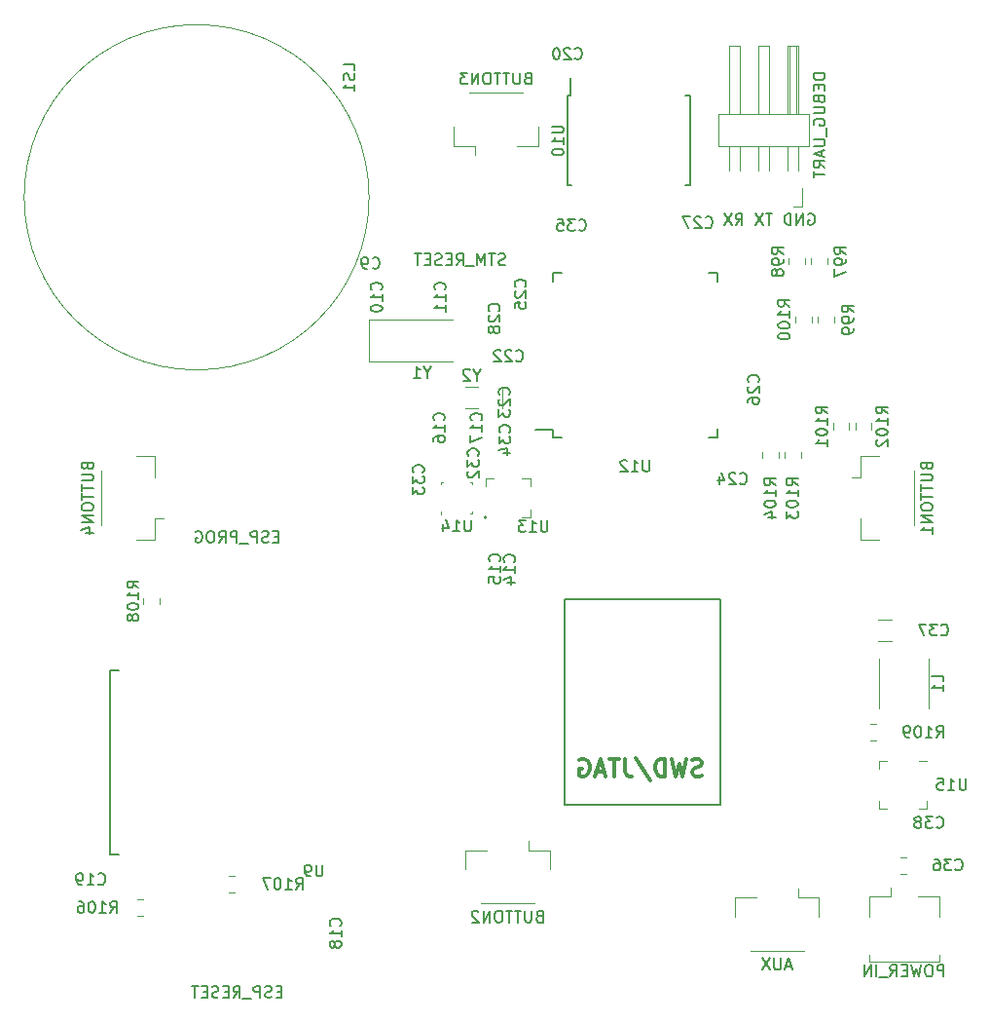
<source format=gbr>
G04 #@! TF.GenerationSoftware,KiCad,Pcbnew,(5.0.0)*
G04 #@! TF.CreationDate,2020-04-06T18:27:32+02:00*
G04 #@! TF.ProjectId,MainBoard,4D61696E426F6172642E6B696361645F,rev?*
G04 #@! TF.SameCoordinates,Original*
G04 #@! TF.FileFunction,Legend,Bot*
G04 #@! TF.FilePolarity,Positive*
%FSLAX46Y46*%
G04 Gerber Fmt 4.6, Leading zero omitted, Abs format (unit mm)*
G04 Created by KiCad (PCBNEW (5.0.0)) date 04/06/20 18:27:32*
%MOMM*%
%LPD*%
G01*
G04 APERTURE LIST*
%ADD10C,0.300000*%
%ADD11C,0.200000*%
%ADD12C,0.120000*%
%ADD13C,0.100000*%
%ADD14C,0.150000*%
%ADD15C,0.152400*%
G04 APERTURE END LIST*
D10*
X165332142Y-121482142D02*
X165117857Y-121553571D01*
X164760714Y-121553571D01*
X164617857Y-121482142D01*
X164546428Y-121410714D01*
X164475000Y-121267857D01*
X164475000Y-121125000D01*
X164546428Y-120982142D01*
X164617857Y-120910714D01*
X164760714Y-120839285D01*
X165046428Y-120767857D01*
X165189285Y-120696428D01*
X165260714Y-120625000D01*
X165332142Y-120482142D01*
X165332142Y-120339285D01*
X165260714Y-120196428D01*
X165189285Y-120125000D01*
X165046428Y-120053571D01*
X164689285Y-120053571D01*
X164475000Y-120125000D01*
X163975000Y-120053571D02*
X163617857Y-121553571D01*
X163332142Y-120482142D01*
X163046428Y-121553571D01*
X162689285Y-120053571D01*
X162117857Y-121553571D02*
X162117857Y-120053571D01*
X161760714Y-120053571D01*
X161546428Y-120125000D01*
X161403571Y-120267857D01*
X161332142Y-120410714D01*
X161260714Y-120696428D01*
X161260714Y-120910714D01*
X161332142Y-121196428D01*
X161403571Y-121339285D01*
X161546428Y-121482142D01*
X161760714Y-121553571D01*
X162117857Y-121553571D01*
X159546428Y-119982142D02*
X160832142Y-121910714D01*
X158617857Y-120053571D02*
X158617857Y-121125000D01*
X158689285Y-121339285D01*
X158832142Y-121482142D01*
X159046428Y-121553571D01*
X159189285Y-121553571D01*
X158117857Y-120053571D02*
X157260714Y-120053571D01*
X157689285Y-121553571D02*
X157689285Y-120053571D01*
X156832142Y-121125000D02*
X156117857Y-121125000D01*
X156975000Y-121553571D02*
X156475000Y-120053571D01*
X155975000Y-121553571D01*
X154689285Y-120125000D02*
X154832142Y-120053571D01*
X155046428Y-120053571D01*
X155260714Y-120125000D01*
X155403571Y-120267857D01*
X155475000Y-120410714D01*
X155546428Y-120696428D01*
X155546428Y-120910714D01*
X155475000Y-121196428D01*
X155403571Y-121339285D01*
X155260714Y-121482142D01*
X155046428Y-121553571D01*
X154903571Y-121553571D01*
X154689285Y-121482142D01*
X154617857Y-121410714D01*
X154617857Y-120910714D01*
X154903571Y-120910714D01*
D11*
X174582142Y-72700000D02*
X174677380Y-72652380D01*
X174820238Y-72652380D01*
X174963095Y-72700000D01*
X175058333Y-72795238D01*
X175105952Y-72890476D01*
X175153571Y-73080952D01*
X175153571Y-73223809D01*
X175105952Y-73414285D01*
X175058333Y-73509523D01*
X174963095Y-73604761D01*
X174820238Y-73652380D01*
X174725000Y-73652380D01*
X174582142Y-73604761D01*
X174534523Y-73557142D01*
X174534523Y-73223809D01*
X174725000Y-73223809D01*
X174105952Y-73652380D02*
X174105952Y-72652380D01*
X173534523Y-73652380D01*
X173534523Y-72652380D01*
X173058333Y-73652380D02*
X173058333Y-72652380D01*
X172820238Y-72652380D01*
X172677380Y-72700000D01*
X172582142Y-72795238D01*
X172534523Y-72890476D01*
X172486904Y-73080952D01*
X172486904Y-73223809D01*
X172534523Y-73414285D01*
X172582142Y-73509523D01*
X172677380Y-73604761D01*
X172820238Y-73652380D01*
X173058333Y-73652380D01*
X171439285Y-72652380D02*
X170867857Y-72652380D01*
X171153571Y-73652380D02*
X171153571Y-72652380D01*
X170629761Y-72652380D02*
X169963095Y-73652380D01*
X169963095Y-72652380D02*
X170629761Y-73652380D01*
X168248809Y-73652380D02*
X168582142Y-73176190D01*
X168820238Y-73652380D02*
X168820238Y-72652380D01*
X168439285Y-72652380D01*
X168344047Y-72700000D01*
X168296428Y-72747619D01*
X168248809Y-72842857D01*
X168248809Y-72985714D01*
X168296428Y-73080952D01*
X168344047Y-73128571D01*
X168439285Y-73176190D01*
X168820238Y-73176190D01*
X167915476Y-72652380D02*
X167248809Y-73652380D01*
X167248809Y-72652380D02*
X167915476Y-73652380D01*
D12*
G04 #@! TO.C,U13*
X146541250Y-99077250D02*
G75*
G03X146541250Y-99077250I-60000J0D01*
G01*
X146631250Y-99077250D02*
G75*
G03X146631250Y-99077250I-150000J0D01*
G01*
X146481250Y-95677250D02*
X146481250Y-96377250D01*
X150381250Y-95677250D02*
X149631250Y-95677250D01*
X150381250Y-99077250D02*
X150381250Y-98377250D01*
X149631250Y-99077250D02*
X150381250Y-99077250D01*
X150381250Y-96377250D02*
X150381250Y-95677250D01*
X147231250Y-95677250D02*
X146481250Y-95677250D01*
D13*
G04 #@! TO.C,U14*
X142640000Y-96015000D02*
X142790000Y-96015000D01*
X142640000Y-96025000D02*
X142640000Y-96175000D01*
X145340000Y-96025000D02*
X145340000Y-96175000D01*
X145340000Y-96025000D02*
X145190000Y-96025000D01*
X145190000Y-98725000D02*
X145340000Y-98725000D01*
X145340000Y-98725000D02*
X145340000Y-98575000D01*
X142640000Y-98575000D02*
X142640000Y-98825000D01*
D14*
G04 #@! TO.C,U12*
X152400000Y-92100000D02*
X152400000Y-91450000D01*
X166650000Y-92100000D02*
X166650000Y-91340000D01*
X166650000Y-77850000D02*
X166650000Y-78610000D01*
X152400000Y-77850000D02*
X152400000Y-78610000D01*
X152400000Y-92100000D02*
X153160000Y-92100000D01*
X152400000Y-77850000D02*
X153160000Y-77850000D01*
X166650000Y-77850000D02*
X165890000Y-77850000D01*
X166650000Y-92100000D02*
X165890000Y-92100000D01*
X152400000Y-91450000D02*
X150875000Y-91450000D01*
D15*
G04 #@! TO.C,U9*
X114598744Y-128362852D02*
X113836744Y-128362852D01*
X113836744Y-128362852D02*
X113836744Y-112360852D01*
X113836744Y-112360852D02*
X114598744Y-112360852D01*
D13*
G04 #@! TO.C,LS1*
X136375000Y-71250000D02*
G75*
G03X136375000Y-71250000I-15000000J0D01*
G01*
D12*
G04 #@! TO.C,R97*
X174840000Y-76563748D02*
X174840000Y-77086252D01*
X176260000Y-76563748D02*
X176260000Y-77086252D01*
G04 #@! TO.C,R98*
X172890000Y-76563748D02*
X172890000Y-77086252D01*
X174310000Y-76563748D02*
X174310000Y-77086252D01*
G04 #@! TO.C,R99*
X175390000Y-81613748D02*
X175390000Y-82136252D01*
X176810000Y-81613748D02*
X176810000Y-82136252D01*
G04 #@! TO.C,R100*
X173440000Y-81613748D02*
X173440000Y-82136252D01*
X174860000Y-81613748D02*
X174860000Y-82136252D01*
G04 #@! TO.C,R101*
X178135000Y-90888748D02*
X178135000Y-91411252D01*
X176715000Y-90888748D02*
X176715000Y-91411252D01*
G04 #@! TO.C,R102*
X178665000Y-90888748D02*
X178665000Y-91411252D01*
X180085000Y-90888748D02*
X180085000Y-91411252D01*
G04 #@! TO.C,R103*
X173960000Y-93388748D02*
X173960000Y-93911252D01*
X172540000Y-93388748D02*
X172540000Y-93911252D01*
G04 #@! TO.C,R104*
X170590000Y-93388748D02*
X170590000Y-93911252D01*
X172010000Y-93388748D02*
X172010000Y-93911252D01*
G04 #@! TO.C,R106*
X116221492Y-132261852D02*
X116743996Y-132261852D01*
X116221492Y-133681852D02*
X116743996Y-133681852D01*
G04 #@! TO.C,R107*
X124171492Y-130261852D02*
X124693996Y-130261852D01*
X124171492Y-131681852D02*
X124693996Y-131681852D01*
G04 #@! TO.C,R108*
X116747744Y-106633104D02*
X116747744Y-106110600D01*
X118167744Y-106633104D02*
X118167744Y-106110600D01*
G04 #@! TO.C,P4*
X183735000Y-95037250D02*
X183735000Y-99717250D01*
X179115000Y-101037250D02*
X179115000Y-99187250D01*
X180765000Y-101037250D02*
X179115000Y-101037250D01*
X179115000Y-95567250D02*
X178325000Y-95567250D01*
X179115000Y-93717250D02*
X179115000Y-95567250D01*
X180765000Y-93717250D02*
X179115000Y-93717250D01*
G04 #@! TO.C,P5*
X152091250Y-129640000D02*
X152091250Y-127990000D01*
X152091250Y-127990000D02*
X150241250Y-127990000D01*
X150241250Y-127990000D02*
X150241250Y-127200000D01*
X144771250Y-129640000D02*
X144771250Y-127990000D01*
X144771250Y-127990000D02*
X146621250Y-127990000D01*
X150771250Y-132610000D02*
X146091250Y-132610000D01*
G04 #@! TO.C,P6*
X145085000Y-62165000D02*
X149765000Y-62165000D01*
X151085000Y-66785000D02*
X149235000Y-66785000D01*
X151085000Y-65135000D02*
X151085000Y-66785000D01*
X145615000Y-66785000D02*
X145615000Y-67575000D01*
X143765000Y-66785000D02*
X145615000Y-66785000D01*
X143765000Y-65135000D02*
X143765000Y-66785000D01*
G04 #@! TO.C,P7*
X116085000Y-101037250D02*
X117735000Y-101037250D01*
X117735000Y-101037250D02*
X117735000Y-99187250D01*
X117735000Y-99187250D02*
X118525000Y-99187250D01*
X116085000Y-93717250D02*
X117735000Y-93717250D01*
X117735000Y-93717250D02*
X117735000Y-95567250D01*
X113115000Y-99717250D02*
X113115000Y-95037250D01*
G04 #@! TO.C,Y1*
X143650000Y-85500000D02*
X136325000Y-85500000D01*
X136325000Y-85500000D02*
X136325000Y-81900000D01*
X136325000Y-81900000D02*
X143650000Y-81900000D01*
G04 #@! TO.C,Y2*
X145825000Y-87725000D02*
X144725000Y-87725000D01*
X145825000Y-89625000D02*
X144725000Y-89625000D01*
X147975000Y-87775000D02*
X147975000Y-89575000D01*
D11*
G04 #@! TO.C,P3*
X166950000Y-106153000D02*
X166950000Y-124062000D01*
X166950000Y-124062000D02*
X153350000Y-124062000D01*
X153350000Y-124062000D02*
X153350000Y-106153000D01*
X153350000Y-106153000D02*
X166950000Y-106153000D01*
D12*
G04 #@! TO.C,C36*
X183140134Y-130017704D02*
X182617630Y-130017704D01*
X183140134Y-128597704D02*
X182617630Y-128597704D01*
G04 #@! TO.C,C37*
X181805946Y-107972704D02*
X180601818Y-107972704D01*
X181805946Y-109792704D02*
X180601818Y-109792704D01*
G04 #@! TO.C,L1*
X180699882Y-111318704D02*
X180699882Y-115626704D01*
X185007882Y-115626704D02*
X185007882Y-111318704D01*
G04 #@! TO.C,P8*
X179868882Y-133772704D02*
X179868882Y-131972704D01*
X179868882Y-131972704D02*
X181718882Y-131972704D01*
X181718882Y-131972704D02*
X181718882Y-131232704D01*
X185938882Y-133772704D02*
X185938882Y-131972704D01*
X185938882Y-131972704D02*
X184088882Y-131972704D01*
X179868882Y-137092704D02*
X179868882Y-137642704D01*
X179868882Y-137642704D02*
X185938882Y-137642704D01*
X185938882Y-137642704D02*
X185938882Y-137092704D01*
G04 #@! TO.C,R109*
X179992630Y-118467704D02*
X180515134Y-118467704D01*
X179992630Y-117047704D02*
X180515134Y-117047704D01*
G04 #@! TO.C,U15*
X180768882Y-120222704D02*
X180768882Y-120872704D01*
X184888882Y-124342704D02*
X184888882Y-123692704D01*
X180768882Y-124342704D02*
X180768882Y-123692704D01*
X184888882Y-124342704D02*
X184238882Y-124342704D01*
X180768882Y-124342704D02*
X181418882Y-124342704D01*
X180768882Y-120222704D02*
X181418882Y-120222704D01*
X184888882Y-120222704D02*
X184238882Y-120222704D01*
G04 #@! TO.C,P9*
X174630000Y-66795000D02*
X174630000Y-64055000D01*
X174630000Y-64055000D02*
X166770000Y-64055000D01*
X166770000Y-64055000D02*
X166770000Y-66795000D01*
X166770000Y-66795000D02*
X174630000Y-66795000D01*
X173680000Y-68905000D02*
X173680000Y-66795000D01*
X172800000Y-68905000D02*
X172800000Y-66795000D01*
X173680000Y-64055000D02*
X173680000Y-58055000D01*
X173680000Y-58055000D02*
X172800000Y-58055000D01*
X172800000Y-58055000D02*
X172800000Y-64055000D01*
X171140000Y-68905000D02*
X171140000Y-66795000D01*
X170260000Y-68905000D02*
X170260000Y-66795000D01*
X171140000Y-64055000D02*
X171140000Y-58055000D01*
X171140000Y-58055000D02*
X170260000Y-58055000D01*
X170260000Y-58055000D02*
X170260000Y-64055000D01*
X168600000Y-68905000D02*
X168600000Y-66795000D01*
X167720000Y-68905000D02*
X167720000Y-66795000D01*
X168600000Y-64055000D02*
X168600000Y-58055000D01*
X168600000Y-58055000D02*
X167720000Y-58055000D01*
X167720000Y-58055000D02*
X167720000Y-64055000D01*
X173240000Y-72045000D02*
X174060000Y-72045000D01*
X174060000Y-72045000D02*
X174060000Y-70475000D01*
G04 #@! TO.C,P10*
X175510000Y-133765000D02*
X175510000Y-132115000D01*
X175510000Y-132115000D02*
X173660000Y-132115000D01*
X173660000Y-132115000D02*
X173660000Y-131325000D01*
X168190000Y-133765000D02*
X168190000Y-132115000D01*
X168190000Y-132115000D02*
X170040000Y-132115000D01*
X174190000Y-136735000D02*
X169510000Y-136735000D01*
D14*
G04 #@! TO.C,U10*
X153900000Y-62450000D02*
X153900000Y-60925000D01*
X164275000Y-62450000D02*
X164275000Y-70200000D01*
X153625000Y-62450000D02*
X153625000Y-70200000D01*
X164275000Y-62450000D02*
X163920000Y-62450000D01*
X164275000Y-70200000D02*
X163920000Y-70200000D01*
X153625000Y-70200000D02*
X153980000Y-70200000D01*
X153625000Y-62450000D02*
X153900000Y-62450000D01*
G04 #@! TD*
D13*
G04 #@! TO.C,P9*
X172910000Y-58105000D02*
X172910000Y-64005000D01*
X173570000Y-64005000D01*
X173570000Y-58105000D01*
X172910000Y-58105000D01*
G04 #@! TD*
G04 #@! TO.C,C25*
D14*
X149925142Y-79032142D02*
X149972761Y-78984523D01*
X150020380Y-78841666D01*
X150020380Y-78746428D01*
X149972761Y-78603571D01*
X149877523Y-78508333D01*
X149782285Y-78460714D01*
X149591809Y-78413095D01*
X149448952Y-78413095D01*
X149258476Y-78460714D01*
X149163238Y-78508333D01*
X149068000Y-78603571D01*
X149020380Y-78746428D01*
X149020380Y-78841666D01*
X149068000Y-78984523D01*
X149115619Y-79032142D01*
X149115619Y-79413095D02*
X149068000Y-79460714D01*
X149020380Y-79555952D01*
X149020380Y-79794047D01*
X149068000Y-79889285D01*
X149115619Y-79936904D01*
X149210857Y-79984523D01*
X149306095Y-79984523D01*
X149448952Y-79936904D01*
X150020380Y-79365476D01*
X150020380Y-79984523D01*
X149020380Y-80889285D02*
X149020380Y-80413095D01*
X149496571Y-80365476D01*
X149448952Y-80413095D01*
X149401333Y-80508333D01*
X149401333Y-80746428D01*
X149448952Y-80841666D01*
X149496571Y-80889285D01*
X149591809Y-80936904D01*
X149829904Y-80936904D01*
X149925142Y-80889285D01*
X149972761Y-80841666D01*
X150020380Y-80746428D01*
X150020380Y-80508333D01*
X149972761Y-80413095D01*
X149925142Y-80365476D01*
G04 #@! TO.C,C9*
X136666666Y-77382142D02*
X136714285Y-77429761D01*
X136857142Y-77477380D01*
X136952380Y-77477380D01*
X137095238Y-77429761D01*
X137190476Y-77334523D01*
X137238095Y-77239285D01*
X137285714Y-77048809D01*
X137285714Y-76905952D01*
X137238095Y-76715476D01*
X137190476Y-76620238D01*
X137095238Y-76525000D01*
X136952380Y-76477380D01*
X136857142Y-76477380D01*
X136714285Y-76525000D01*
X136666666Y-76572619D01*
X136190476Y-77477380D02*
X136000000Y-77477380D01*
X135904761Y-77429761D01*
X135857142Y-77382142D01*
X135761904Y-77239285D01*
X135714285Y-77048809D01*
X135714285Y-76667857D01*
X135761904Y-76572619D01*
X135809523Y-76525000D01*
X135904761Y-76477380D01*
X136095238Y-76477380D01*
X136190476Y-76525000D01*
X136238095Y-76572619D01*
X136285714Y-76667857D01*
X136285714Y-76905952D01*
X136238095Y-77001190D01*
X136190476Y-77048809D01*
X136095238Y-77096428D01*
X135904761Y-77096428D01*
X135809523Y-77048809D01*
X135761904Y-77001190D01*
X135714285Y-76905952D01*
G04 #@! TO.C,U13*
X151888095Y-99327380D02*
X151888095Y-100136904D01*
X151840476Y-100232142D01*
X151792857Y-100279761D01*
X151697619Y-100327380D01*
X151507142Y-100327380D01*
X151411904Y-100279761D01*
X151364285Y-100232142D01*
X151316666Y-100136904D01*
X151316666Y-99327380D01*
X150316666Y-100327380D02*
X150888095Y-100327380D01*
X150602380Y-100327380D02*
X150602380Y-99327380D01*
X150697619Y-99470238D01*
X150792857Y-99565476D01*
X150888095Y-99613095D01*
X149983333Y-99327380D02*
X149364285Y-99327380D01*
X149697619Y-99708333D01*
X149554761Y-99708333D01*
X149459523Y-99755952D01*
X149411904Y-99803571D01*
X149364285Y-99898809D01*
X149364285Y-100136904D01*
X149411904Y-100232142D01*
X149459523Y-100279761D01*
X149554761Y-100327380D01*
X149840476Y-100327380D01*
X149935714Y-100279761D01*
X149983333Y-100232142D01*
G04 #@! TO.C,U14*
X145243095Y-99292380D02*
X145243095Y-100101904D01*
X145195476Y-100197142D01*
X145147857Y-100244761D01*
X145052619Y-100292380D01*
X144862142Y-100292380D01*
X144766904Y-100244761D01*
X144719285Y-100197142D01*
X144671666Y-100101904D01*
X144671666Y-99292380D01*
X143671666Y-100292380D02*
X144243095Y-100292380D01*
X143957380Y-100292380D02*
X143957380Y-99292380D01*
X144052619Y-99435238D01*
X144147857Y-99530476D01*
X144243095Y-99578095D01*
X142814523Y-99625714D02*
X142814523Y-100292380D01*
X143052619Y-99244761D02*
X143290714Y-99959047D01*
X142671666Y-99959047D01*
G04 #@! TO.C,U12*
X160763095Y-94077380D02*
X160763095Y-94886904D01*
X160715476Y-94982142D01*
X160667857Y-95029761D01*
X160572619Y-95077380D01*
X160382142Y-95077380D01*
X160286904Y-95029761D01*
X160239285Y-94982142D01*
X160191666Y-94886904D01*
X160191666Y-94077380D01*
X159191666Y-95077380D02*
X159763095Y-95077380D01*
X159477380Y-95077380D02*
X159477380Y-94077380D01*
X159572619Y-94220238D01*
X159667857Y-94315476D01*
X159763095Y-94363095D01*
X158810714Y-94172619D02*
X158763095Y-94125000D01*
X158667857Y-94077380D01*
X158429761Y-94077380D01*
X158334523Y-94125000D01*
X158286904Y-94172619D01*
X158239285Y-94267857D01*
X158239285Y-94363095D01*
X158286904Y-94505952D01*
X158858333Y-95077380D01*
X158239285Y-95077380D01*
G04 #@! TO.C,U9*
X132336904Y-129252380D02*
X132336904Y-130061904D01*
X132289285Y-130157142D01*
X132241666Y-130204761D01*
X132146428Y-130252380D01*
X131955952Y-130252380D01*
X131860714Y-130204761D01*
X131813095Y-130157142D01*
X131765476Y-130061904D01*
X131765476Y-129252380D01*
X131241666Y-130252380D02*
X131051190Y-130252380D01*
X130955952Y-130204761D01*
X130908333Y-130157142D01*
X130813095Y-130014285D01*
X130765476Y-129823809D01*
X130765476Y-129442857D01*
X130813095Y-129347619D01*
X130860714Y-129300000D01*
X130955952Y-129252380D01*
X131146428Y-129252380D01*
X131241666Y-129300000D01*
X131289285Y-129347619D01*
X131336904Y-129442857D01*
X131336904Y-129680952D01*
X131289285Y-129776190D01*
X131241666Y-129823809D01*
X131146428Y-129871428D01*
X130955952Y-129871428D01*
X130860714Y-129823809D01*
X130813095Y-129776190D01*
X130765476Y-129680952D01*
G04 #@! TO.C,LS1*
X135127380Y-60207142D02*
X135127380Y-59730952D01*
X134127380Y-59730952D01*
X135079761Y-60492857D02*
X135127380Y-60635714D01*
X135127380Y-60873809D01*
X135079761Y-60969047D01*
X135032142Y-61016666D01*
X134936904Y-61064285D01*
X134841666Y-61064285D01*
X134746428Y-61016666D01*
X134698809Y-60969047D01*
X134651190Y-60873809D01*
X134603571Y-60683333D01*
X134555952Y-60588095D01*
X134508333Y-60540476D01*
X134413095Y-60492857D01*
X134317857Y-60492857D01*
X134222619Y-60540476D01*
X134175000Y-60588095D01*
X134127380Y-60683333D01*
X134127380Y-60921428D01*
X134175000Y-61064285D01*
X135127380Y-62016666D02*
X135127380Y-61445238D01*
X135127380Y-61730952D02*
X134127380Y-61730952D01*
X134270238Y-61635714D01*
X134365476Y-61540476D01*
X134413095Y-61445238D01*
G04 #@! TO.C,C10*
X137414142Y-79282142D02*
X137461761Y-79234523D01*
X137509380Y-79091666D01*
X137509380Y-78996428D01*
X137461761Y-78853571D01*
X137366523Y-78758333D01*
X137271285Y-78710714D01*
X137080809Y-78663095D01*
X136937952Y-78663095D01*
X136747476Y-78710714D01*
X136652238Y-78758333D01*
X136557000Y-78853571D01*
X136509380Y-78996428D01*
X136509380Y-79091666D01*
X136557000Y-79234523D01*
X136604619Y-79282142D01*
X137509380Y-80234523D02*
X137509380Y-79663095D01*
X137509380Y-79948809D02*
X136509380Y-79948809D01*
X136652238Y-79853571D01*
X136747476Y-79758333D01*
X136795095Y-79663095D01*
X136509380Y-80853571D02*
X136509380Y-80948809D01*
X136557000Y-81044047D01*
X136604619Y-81091666D01*
X136699857Y-81139285D01*
X136890333Y-81186904D01*
X137128428Y-81186904D01*
X137318904Y-81139285D01*
X137414142Y-81091666D01*
X137461761Y-81044047D01*
X137509380Y-80948809D01*
X137509380Y-80853571D01*
X137461761Y-80758333D01*
X137414142Y-80710714D01*
X137318904Y-80663095D01*
X137128428Y-80615476D01*
X136890333Y-80615476D01*
X136699857Y-80663095D01*
X136604619Y-80710714D01*
X136557000Y-80758333D01*
X136509380Y-80853571D01*
G04 #@! TO.C,C11*
X142939142Y-79282142D02*
X142986761Y-79234523D01*
X143034380Y-79091666D01*
X143034380Y-78996428D01*
X142986761Y-78853571D01*
X142891523Y-78758333D01*
X142796285Y-78710714D01*
X142605809Y-78663095D01*
X142462952Y-78663095D01*
X142272476Y-78710714D01*
X142177238Y-78758333D01*
X142082000Y-78853571D01*
X142034380Y-78996428D01*
X142034380Y-79091666D01*
X142082000Y-79234523D01*
X142129619Y-79282142D01*
X143034380Y-80234523D02*
X143034380Y-79663095D01*
X143034380Y-79948809D02*
X142034380Y-79948809D01*
X142177238Y-79853571D01*
X142272476Y-79758333D01*
X142320095Y-79663095D01*
X143034380Y-81186904D02*
X143034380Y-80615476D01*
X143034380Y-80901190D02*
X142034380Y-80901190D01*
X142177238Y-80805952D01*
X142272476Y-80710714D01*
X142320095Y-80615476D01*
G04 #@! TO.C,C14*
X148982142Y-102932142D02*
X149029761Y-102884523D01*
X149077380Y-102741666D01*
X149077380Y-102646428D01*
X149029761Y-102503571D01*
X148934523Y-102408333D01*
X148839285Y-102360714D01*
X148648809Y-102313095D01*
X148505952Y-102313095D01*
X148315476Y-102360714D01*
X148220238Y-102408333D01*
X148125000Y-102503571D01*
X148077380Y-102646428D01*
X148077380Y-102741666D01*
X148125000Y-102884523D01*
X148172619Y-102932142D01*
X149077380Y-103884523D02*
X149077380Y-103313095D01*
X149077380Y-103598809D02*
X148077380Y-103598809D01*
X148220238Y-103503571D01*
X148315476Y-103408333D01*
X148363095Y-103313095D01*
X148410714Y-104741666D02*
X149077380Y-104741666D01*
X148029761Y-104503571D02*
X148744047Y-104265476D01*
X148744047Y-104884523D01*
G04 #@! TO.C,C15*
X147707142Y-102882142D02*
X147754761Y-102834523D01*
X147802380Y-102691666D01*
X147802380Y-102596428D01*
X147754761Y-102453571D01*
X147659523Y-102358333D01*
X147564285Y-102310714D01*
X147373809Y-102263095D01*
X147230952Y-102263095D01*
X147040476Y-102310714D01*
X146945238Y-102358333D01*
X146850000Y-102453571D01*
X146802380Y-102596428D01*
X146802380Y-102691666D01*
X146850000Y-102834523D01*
X146897619Y-102882142D01*
X147802380Y-103834523D02*
X147802380Y-103263095D01*
X147802380Y-103548809D02*
X146802380Y-103548809D01*
X146945238Y-103453571D01*
X147040476Y-103358333D01*
X147088095Y-103263095D01*
X146802380Y-104739285D02*
X146802380Y-104263095D01*
X147278571Y-104215476D01*
X147230952Y-104263095D01*
X147183333Y-104358333D01*
X147183333Y-104596428D01*
X147230952Y-104691666D01*
X147278571Y-104739285D01*
X147373809Y-104786904D01*
X147611904Y-104786904D01*
X147707142Y-104739285D01*
X147754761Y-104691666D01*
X147802380Y-104596428D01*
X147802380Y-104358333D01*
X147754761Y-104263095D01*
X147707142Y-104215476D01*
G04 #@! TO.C,C16*
X142864142Y-90632142D02*
X142911761Y-90584523D01*
X142959380Y-90441666D01*
X142959380Y-90346428D01*
X142911761Y-90203571D01*
X142816523Y-90108333D01*
X142721285Y-90060714D01*
X142530809Y-90013095D01*
X142387952Y-90013095D01*
X142197476Y-90060714D01*
X142102238Y-90108333D01*
X142007000Y-90203571D01*
X141959380Y-90346428D01*
X141959380Y-90441666D01*
X142007000Y-90584523D01*
X142054619Y-90632142D01*
X142959380Y-91584523D02*
X142959380Y-91013095D01*
X142959380Y-91298809D02*
X141959380Y-91298809D01*
X142102238Y-91203571D01*
X142197476Y-91108333D01*
X142245095Y-91013095D01*
X141959380Y-92441666D02*
X141959380Y-92251190D01*
X142007000Y-92155952D01*
X142054619Y-92108333D01*
X142197476Y-92013095D01*
X142387952Y-91965476D01*
X142768904Y-91965476D01*
X142864142Y-92013095D01*
X142911761Y-92060714D01*
X142959380Y-92155952D01*
X142959380Y-92346428D01*
X142911761Y-92441666D01*
X142864142Y-92489285D01*
X142768904Y-92536904D01*
X142530809Y-92536904D01*
X142435571Y-92489285D01*
X142387952Y-92441666D01*
X142340333Y-92346428D01*
X142340333Y-92155952D01*
X142387952Y-92060714D01*
X142435571Y-92013095D01*
X142530809Y-91965476D01*
G04 #@! TO.C,C17*
X146114142Y-90632142D02*
X146161761Y-90584523D01*
X146209380Y-90441666D01*
X146209380Y-90346428D01*
X146161761Y-90203571D01*
X146066523Y-90108333D01*
X145971285Y-90060714D01*
X145780809Y-90013095D01*
X145637952Y-90013095D01*
X145447476Y-90060714D01*
X145352238Y-90108333D01*
X145257000Y-90203571D01*
X145209380Y-90346428D01*
X145209380Y-90441666D01*
X145257000Y-90584523D01*
X145304619Y-90632142D01*
X146209380Y-91584523D02*
X146209380Y-91013095D01*
X146209380Y-91298809D02*
X145209380Y-91298809D01*
X145352238Y-91203571D01*
X145447476Y-91108333D01*
X145495095Y-91013095D01*
X145209380Y-91917857D02*
X145209380Y-92584523D01*
X146209380Y-92155952D01*
G04 #@! TO.C,C18*
X133857886Y-134553994D02*
X133905505Y-134506375D01*
X133953124Y-134363518D01*
X133953124Y-134268280D01*
X133905505Y-134125423D01*
X133810267Y-134030185D01*
X133715029Y-133982566D01*
X133524553Y-133934947D01*
X133381696Y-133934947D01*
X133191220Y-133982566D01*
X133095982Y-134030185D01*
X133000744Y-134125423D01*
X132953124Y-134268280D01*
X132953124Y-134363518D01*
X133000744Y-134506375D01*
X133048363Y-134553994D01*
X133953124Y-135506375D02*
X133953124Y-134934947D01*
X133953124Y-135220661D02*
X132953124Y-135220661D01*
X133095982Y-135125423D01*
X133191220Y-135030185D01*
X133238839Y-134934947D01*
X133381696Y-136077804D02*
X133334077Y-135982566D01*
X133286458Y-135934947D01*
X133191220Y-135887328D01*
X133143601Y-135887328D01*
X133048363Y-135934947D01*
X133000744Y-135982566D01*
X132953124Y-136077804D01*
X132953124Y-136268280D01*
X133000744Y-136363518D01*
X133048363Y-136411137D01*
X133143601Y-136458756D01*
X133191220Y-136458756D01*
X133286458Y-136411137D01*
X133334077Y-136363518D01*
X133381696Y-136268280D01*
X133381696Y-136077804D01*
X133429315Y-135982566D01*
X133476934Y-135934947D01*
X133572172Y-135887328D01*
X133762648Y-135887328D01*
X133857886Y-135934947D01*
X133905505Y-135982566D01*
X133953124Y-136077804D01*
X133953124Y-136268280D01*
X133905505Y-136363518D01*
X133857886Y-136411137D01*
X133762648Y-136458756D01*
X133572172Y-136458756D01*
X133476934Y-136411137D01*
X133429315Y-136363518D01*
X133381696Y-136268280D01*
G04 #@! TO.C,C19*
X112817857Y-130907142D02*
X112865476Y-130954761D01*
X113008333Y-131002380D01*
X113103571Y-131002380D01*
X113246428Y-130954761D01*
X113341666Y-130859523D01*
X113389285Y-130764285D01*
X113436904Y-130573809D01*
X113436904Y-130430952D01*
X113389285Y-130240476D01*
X113341666Y-130145238D01*
X113246428Y-130050000D01*
X113103571Y-130002380D01*
X113008333Y-130002380D01*
X112865476Y-130050000D01*
X112817857Y-130097619D01*
X111865476Y-131002380D02*
X112436904Y-131002380D01*
X112151190Y-131002380D02*
X112151190Y-130002380D01*
X112246428Y-130145238D01*
X112341666Y-130240476D01*
X112436904Y-130288095D01*
X111389285Y-131002380D02*
X111198809Y-131002380D01*
X111103571Y-130954761D01*
X111055952Y-130907142D01*
X110960714Y-130764285D01*
X110913095Y-130573809D01*
X110913095Y-130192857D01*
X110960714Y-130097619D01*
X111008333Y-130050000D01*
X111103571Y-130002380D01*
X111294047Y-130002380D01*
X111389285Y-130050000D01*
X111436904Y-130097619D01*
X111484523Y-130192857D01*
X111484523Y-130430952D01*
X111436904Y-130526190D01*
X111389285Y-130573809D01*
X111294047Y-130621428D01*
X111103571Y-130621428D01*
X111008333Y-130573809D01*
X110960714Y-130526190D01*
X110913095Y-130430952D01*
G04 #@! TO.C,C20*
X154267857Y-59164142D02*
X154315476Y-59211761D01*
X154458333Y-59259380D01*
X154553571Y-59259380D01*
X154696428Y-59211761D01*
X154791666Y-59116523D01*
X154839285Y-59021285D01*
X154886904Y-58830809D01*
X154886904Y-58687952D01*
X154839285Y-58497476D01*
X154791666Y-58402238D01*
X154696428Y-58307000D01*
X154553571Y-58259380D01*
X154458333Y-58259380D01*
X154315476Y-58307000D01*
X154267857Y-58354619D01*
X153886904Y-58354619D02*
X153839285Y-58307000D01*
X153744047Y-58259380D01*
X153505952Y-58259380D01*
X153410714Y-58307000D01*
X153363095Y-58354619D01*
X153315476Y-58449857D01*
X153315476Y-58545095D01*
X153363095Y-58687952D01*
X153934523Y-59259380D01*
X153315476Y-59259380D01*
X152696428Y-58259380D02*
X152601190Y-58259380D01*
X152505952Y-58307000D01*
X152458333Y-58354619D01*
X152410714Y-58449857D01*
X152363095Y-58640333D01*
X152363095Y-58878428D01*
X152410714Y-59068904D01*
X152458333Y-59164142D01*
X152505952Y-59211761D01*
X152601190Y-59259380D01*
X152696428Y-59259380D01*
X152791666Y-59211761D01*
X152839285Y-59164142D01*
X152886904Y-59068904D01*
X152934523Y-58878428D01*
X152934523Y-58640333D01*
X152886904Y-58449857D01*
X152839285Y-58354619D01*
X152791666Y-58307000D01*
X152696428Y-58259380D01*
G04 #@! TO.C,C22*
X149142857Y-85439142D02*
X149190476Y-85486761D01*
X149333333Y-85534380D01*
X149428571Y-85534380D01*
X149571428Y-85486761D01*
X149666666Y-85391523D01*
X149714285Y-85296285D01*
X149761904Y-85105809D01*
X149761904Y-84962952D01*
X149714285Y-84772476D01*
X149666666Y-84677238D01*
X149571428Y-84582000D01*
X149428571Y-84534380D01*
X149333333Y-84534380D01*
X149190476Y-84582000D01*
X149142857Y-84629619D01*
X148761904Y-84629619D02*
X148714285Y-84582000D01*
X148619047Y-84534380D01*
X148380952Y-84534380D01*
X148285714Y-84582000D01*
X148238095Y-84629619D01*
X148190476Y-84724857D01*
X148190476Y-84820095D01*
X148238095Y-84962952D01*
X148809523Y-85534380D01*
X148190476Y-85534380D01*
X147809523Y-84629619D02*
X147761904Y-84582000D01*
X147666666Y-84534380D01*
X147428571Y-84534380D01*
X147333333Y-84582000D01*
X147285714Y-84629619D01*
X147238095Y-84724857D01*
X147238095Y-84820095D01*
X147285714Y-84962952D01*
X147857142Y-85534380D01*
X147238095Y-85534380D01*
G04 #@! TO.C,C23*
X148532142Y-88407142D02*
X148579761Y-88359523D01*
X148627380Y-88216666D01*
X148627380Y-88121428D01*
X148579761Y-87978571D01*
X148484523Y-87883333D01*
X148389285Y-87835714D01*
X148198809Y-87788095D01*
X148055952Y-87788095D01*
X147865476Y-87835714D01*
X147770238Y-87883333D01*
X147675000Y-87978571D01*
X147627380Y-88121428D01*
X147627380Y-88216666D01*
X147675000Y-88359523D01*
X147722619Y-88407142D01*
X147722619Y-88788095D02*
X147675000Y-88835714D01*
X147627380Y-88930952D01*
X147627380Y-89169047D01*
X147675000Y-89264285D01*
X147722619Y-89311904D01*
X147817857Y-89359523D01*
X147913095Y-89359523D01*
X148055952Y-89311904D01*
X148627380Y-88740476D01*
X148627380Y-89359523D01*
X147627380Y-89692857D02*
X147627380Y-90311904D01*
X148008333Y-89978571D01*
X148008333Y-90121428D01*
X148055952Y-90216666D01*
X148103571Y-90264285D01*
X148198809Y-90311904D01*
X148436904Y-90311904D01*
X148532142Y-90264285D01*
X148579761Y-90216666D01*
X148627380Y-90121428D01*
X148627380Y-89835714D01*
X148579761Y-89740476D01*
X148532142Y-89692857D01*
G04 #@! TO.C,C24*
X168617857Y-96100142D02*
X168665476Y-96147761D01*
X168808333Y-96195380D01*
X168903571Y-96195380D01*
X169046428Y-96147761D01*
X169141666Y-96052523D01*
X169189285Y-95957285D01*
X169236904Y-95766809D01*
X169236904Y-95623952D01*
X169189285Y-95433476D01*
X169141666Y-95338238D01*
X169046428Y-95243000D01*
X168903571Y-95195380D01*
X168808333Y-95195380D01*
X168665476Y-95243000D01*
X168617857Y-95290619D01*
X168236904Y-95290619D02*
X168189285Y-95243000D01*
X168094047Y-95195380D01*
X167855952Y-95195380D01*
X167760714Y-95243000D01*
X167713095Y-95290619D01*
X167665476Y-95385857D01*
X167665476Y-95481095D01*
X167713095Y-95623952D01*
X168284523Y-96195380D01*
X167665476Y-96195380D01*
X166808333Y-95528714D02*
X166808333Y-96195380D01*
X167046428Y-95147761D02*
X167284523Y-95862047D01*
X166665476Y-95862047D01*
G04 #@! TO.C,C26*
X170207142Y-87307142D02*
X170254761Y-87259523D01*
X170302380Y-87116666D01*
X170302380Y-87021428D01*
X170254761Y-86878571D01*
X170159523Y-86783333D01*
X170064285Y-86735714D01*
X169873809Y-86688095D01*
X169730952Y-86688095D01*
X169540476Y-86735714D01*
X169445238Y-86783333D01*
X169350000Y-86878571D01*
X169302380Y-87021428D01*
X169302380Y-87116666D01*
X169350000Y-87259523D01*
X169397619Y-87307142D01*
X169397619Y-87688095D02*
X169350000Y-87735714D01*
X169302380Y-87830952D01*
X169302380Y-88069047D01*
X169350000Y-88164285D01*
X169397619Y-88211904D01*
X169492857Y-88259523D01*
X169588095Y-88259523D01*
X169730952Y-88211904D01*
X170302380Y-87640476D01*
X170302380Y-88259523D01*
X169302380Y-89116666D02*
X169302380Y-88926190D01*
X169350000Y-88830952D01*
X169397619Y-88783333D01*
X169540476Y-88688095D01*
X169730952Y-88640476D01*
X170111904Y-88640476D01*
X170207142Y-88688095D01*
X170254761Y-88735714D01*
X170302380Y-88830952D01*
X170302380Y-89021428D01*
X170254761Y-89116666D01*
X170207142Y-89164285D01*
X170111904Y-89211904D01*
X169873809Y-89211904D01*
X169778571Y-89164285D01*
X169730952Y-89116666D01*
X169683333Y-89021428D01*
X169683333Y-88830952D01*
X169730952Y-88735714D01*
X169778571Y-88688095D01*
X169873809Y-88640476D01*
G04 #@! TO.C,C27*
X165617857Y-73839142D02*
X165665476Y-73886761D01*
X165808333Y-73934380D01*
X165903571Y-73934380D01*
X166046428Y-73886761D01*
X166141666Y-73791523D01*
X166189285Y-73696285D01*
X166236904Y-73505809D01*
X166236904Y-73362952D01*
X166189285Y-73172476D01*
X166141666Y-73077238D01*
X166046428Y-72982000D01*
X165903571Y-72934380D01*
X165808333Y-72934380D01*
X165665476Y-72982000D01*
X165617857Y-73029619D01*
X165236904Y-73029619D02*
X165189285Y-72982000D01*
X165094047Y-72934380D01*
X164855952Y-72934380D01*
X164760714Y-72982000D01*
X164713095Y-73029619D01*
X164665476Y-73124857D01*
X164665476Y-73220095D01*
X164713095Y-73362952D01*
X165284523Y-73934380D01*
X164665476Y-73934380D01*
X164332142Y-72934380D02*
X163665476Y-72934380D01*
X164094047Y-73934380D01*
G04 #@! TO.C,C28*
X147639142Y-81132142D02*
X147686761Y-81084523D01*
X147734380Y-80941666D01*
X147734380Y-80846428D01*
X147686761Y-80703571D01*
X147591523Y-80608333D01*
X147496285Y-80560714D01*
X147305809Y-80513095D01*
X147162952Y-80513095D01*
X146972476Y-80560714D01*
X146877238Y-80608333D01*
X146782000Y-80703571D01*
X146734380Y-80846428D01*
X146734380Y-80941666D01*
X146782000Y-81084523D01*
X146829619Y-81132142D01*
X146829619Y-81513095D02*
X146782000Y-81560714D01*
X146734380Y-81655952D01*
X146734380Y-81894047D01*
X146782000Y-81989285D01*
X146829619Y-82036904D01*
X146924857Y-82084523D01*
X147020095Y-82084523D01*
X147162952Y-82036904D01*
X147734380Y-81465476D01*
X147734380Y-82084523D01*
X147162952Y-82655952D02*
X147115333Y-82560714D01*
X147067714Y-82513095D01*
X146972476Y-82465476D01*
X146924857Y-82465476D01*
X146829619Y-82513095D01*
X146782000Y-82560714D01*
X146734380Y-82655952D01*
X146734380Y-82846428D01*
X146782000Y-82941666D01*
X146829619Y-82989285D01*
X146924857Y-83036904D01*
X146972476Y-83036904D01*
X147067714Y-82989285D01*
X147115333Y-82941666D01*
X147162952Y-82846428D01*
X147162952Y-82655952D01*
X147210571Y-82560714D01*
X147258190Y-82513095D01*
X147353428Y-82465476D01*
X147543904Y-82465476D01*
X147639142Y-82513095D01*
X147686761Y-82560714D01*
X147734380Y-82655952D01*
X147734380Y-82846428D01*
X147686761Y-82941666D01*
X147639142Y-82989285D01*
X147543904Y-83036904D01*
X147353428Y-83036904D01*
X147258190Y-82989285D01*
X147210571Y-82941666D01*
X147162952Y-82846428D01*
G04 #@! TO.C,C32*
X145820142Y-93717142D02*
X145867761Y-93669523D01*
X145915380Y-93526666D01*
X145915380Y-93431428D01*
X145867761Y-93288571D01*
X145772523Y-93193333D01*
X145677285Y-93145714D01*
X145486809Y-93098095D01*
X145343952Y-93098095D01*
X145153476Y-93145714D01*
X145058238Y-93193333D01*
X144963000Y-93288571D01*
X144915380Y-93431428D01*
X144915380Y-93526666D01*
X144963000Y-93669523D01*
X145010619Y-93717142D01*
X144915380Y-94050476D02*
X144915380Y-94669523D01*
X145296333Y-94336190D01*
X145296333Y-94479047D01*
X145343952Y-94574285D01*
X145391571Y-94621904D01*
X145486809Y-94669523D01*
X145724904Y-94669523D01*
X145820142Y-94621904D01*
X145867761Y-94574285D01*
X145915380Y-94479047D01*
X145915380Y-94193333D01*
X145867761Y-94098095D01*
X145820142Y-94050476D01*
X145010619Y-95050476D02*
X144963000Y-95098095D01*
X144915380Y-95193333D01*
X144915380Y-95431428D01*
X144963000Y-95526666D01*
X145010619Y-95574285D01*
X145105857Y-95621904D01*
X145201095Y-95621904D01*
X145343952Y-95574285D01*
X145915380Y-95002857D01*
X145915380Y-95621904D01*
G04 #@! TO.C,C33*
X141057142Y-95157142D02*
X141104761Y-95109523D01*
X141152380Y-94966666D01*
X141152380Y-94871428D01*
X141104761Y-94728571D01*
X141009523Y-94633333D01*
X140914285Y-94585714D01*
X140723809Y-94538095D01*
X140580952Y-94538095D01*
X140390476Y-94585714D01*
X140295238Y-94633333D01*
X140200000Y-94728571D01*
X140152380Y-94871428D01*
X140152380Y-94966666D01*
X140200000Y-95109523D01*
X140247619Y-95157142D01*
X140152380Y-95490476D02*
X140152380Y-96109523D01*
X140533333Y-95776190D01*
X140533333Y-95919047D01*
X140580952Y-96014285D01*
X140628571Y-96061904D01*
X140723809Y-96109523D01*
X140961904Y-96109523D01*
X141057142Y-96061904D01*
X141104761Y-96014285D01*
X141152380Y-95919047D01*
X141152380Y-95633333D01*
X141104761Y-95538095D01*
X141057142Y-95490476D01*
X140152380Y-96442857D02*
X140152380Y-97061904D01*
X140533333Y-96728571D01*
X140533333Y-96871428D01*
X140580952Y-96966666D01*
X140628571Y-97014285D01*
X140723809Y-97061904D01*
X140961904Y-97061904D01*
X141057142Y-97014285D01*
X141104761Y-96966666D01*
X141152380Y-96871428D01*
X141152380Y-96585714D01*
X141104761Y-96490476D01*
X141057142Y-96442857D01*
G04 #@! TO.C,R97*
X177852380Y-76182142D02*
X177376190Y-75848809D01*
X177852380Y-75610714D02*
X176852380Y-75610714D01*
X176852380Y-75991666D01*
X176900000Y-76086904D01*
X176947619Y-76134523D01*
X177042857Y-76182142D01*
X177185714Y-76182142D01*
X177280952Y-76134523D01*
X177328571Y-76086904D01*
X177376190Y-75991666D01*
X177376190Y-75610714D01*
X177852380Y-76658333D02*
X177852380Y-76848809D01*
X177804761Y-76944047D01*
X177757142Y-76991666D01*
X177614285Y-77086904D01*
X177423809Y-77134523D01*
X177042857Y-77134523D01*
X176947619Y-77086904D01*
X176900000Y-77039285D01*
X176852380Y-76944047D01*
X176852380Y-76753571D01*
X176900000Y-76658333D01*
X176947619Y-76610714D01*
X177042857Y-76563095D01*
X177280952Y-76563095D01*
X177376190Y-76610714D01*
X177423809Y-76658333D01*
X177471428Y-76753571D01*
X177471428Y-76944047D01*
X177423809Y-77039285D01*
X177376190Y-77086904D01*
X177280952Y-77134523D01*
X176852380Y-77467857D02*
X176852380Y-78134523D01*
X177852380Y-77705952D01*
G04 #@! TO.C,R98*
X172402380Y-76182142D02*
X171926190Y-75848809D01*
X172402380Y-75610714D02*
X171402380Y-75610714D01*
X171402380Y-75991666D01*
X171450000Y-76086904D01*
X171497619Y-76134523D01*
X171592857Y-76182142D01*
X171735714Y-76182142D01*
X171830952Y-76134523D01*
X171878571Y-76086904D01*
X171926190Y-75991666D01*
X171926190Y-75610714D01*
X172402380Y-76658333D02*
X172402380Y-76848809D01*
X172354761Y-76944047D01*
X172307142Y-76991666D01*
X172164285Y-77086904D01*
X171973809Y-77134523D01*
X171592857Y-77134523D01*
X171497619Y-77086904D01*
X171450000Y-77039285D01*
X171402380Y-76944047D01*
X171402380Y-76753571D01*
X171450000Y-76658333D01*
X171497619Y-76610714D01*
X171592857Y-76563095D01*
X171830952Y-76563095D01*
X171926190Y-76610714D01*
X171973809Y-76658333D01*
X172021428Y-76753571D01*
X172021428Y-76944047D01*
X171973809Y-77039285D01*
X171926190Y-77086904D01*
X171830952Y-77134523D01*
X171830952Y-77705952D02*
X171783333Y-77610714D01*
X171735714Y-77563095D01*
X171640476Y-77515476D01*
X171592857Y-77515476D01*
X171497619Y-77563095D01*
X171450000Y-77610714D01*
X171402380Y-77705952D01*
X171402380Y-77896428D01*
X171450000Y-77991666D01*
X171497619Y-78039285D01*
X171592857Y-78086904D01*
X171640476Y-78086904D01*
X171735714Y-78039285D01*
X171783333Y-77991666D01*
X171830952Y-77896428D01*
X171830952Y-77705952D01*
X171878571Y-77610714D01*
X171926190Y-77563095D01*
X172021428Y-77515476D01*
X172211904Y-77515476D01*
X172307142Y-77563095D01*
X172354761Y-77610714D01*
X172402380Y-77705952D01*
X172402380Y-77896428D01*
X172354761Y-77991666D01*
X172307142Y-78039285D01*
X172211904Y-78086904D01*
X172021428Y-78086904D01*
X171926190Y-78039285D01*
X171878571Y-77991666D01*
X171830952Y-77896428D01*
G04 #@! TO.C,R99*
X178502380Y-81232142D02*
X178026190Y-80898809D01*
X178502380Y-80660714D02*
X177502380Y-80660714D01*
X177502380Y-81041666D01*
X177550000Y-81136904D01*
X177597619Y-81184523D01*
X177692857Y-81232142D01*
X177835714Y-81232142D01*
X177930952Y-81184523D01*
X177978571Y-81136904D01*
X178026190Y-81041666D01*
X178026190Y-80660714D01*
X178502380Y-81708333D02*
X178502380Y-81898809D01*
X178454761Y-81994047D01*
X178407142Y-82041666D01*
X178264285Y-82136904D01*
X178073809Y-82184523D01*
X177692857Y-82184523D01*
X177597619Y-82136904D01*
X177550000Y-82089285D01*
X177502380Y-81994047D01*
X177502380Y-81803571D01*
X177550000Y-81708333D01*
X177597619Y-81660714D01*
X177692857Y-81613095D01*
X177930952Y-81613095D01*
X178026190Y-81660714D01*
X178073809Y-81708333D01*
X178121428Y-81803571D01*
X178121428Y-81994047D01*
X178073809Y-82089285D01*
X178026190Y-82136904D01*
X177930952Y-82184523D01*
X178502380Y-82660714D02*
X178502380Y-82851190D01*
X178454761Y-82946428D01*
X178407142Y-82994047D01*
X178264285Y-83089285D01*
X178073809Y-83136904D01*
X177692857Y-83136904D01*
X177597619Y-83089285D01*
X177550000Y-83041666D01*
X177502380Y-82946428D01*
X177502380Y-82755952D01*
X177550000Y-82660714D01*
X177597619Y-82613095D01*
X177692857Y-82565476D01*
X177930952Y-82565476D01*
X178026190Y-82613095D01*
X178073809Y-82660714D01*
X178121428Y-82755952D01*
X178121428Y-82946428D01*
X178073809Y-83041666D01*
X178026190Y-83089285D01*
X177930952Y-83136904D01*
G04 #@! TO.C,R100*
X172952380Y-80755952D02*
X172476190Y-80422619D01*
X172952380Y-80184523D02*
X171952380Y-80184523D01*
X171952380Y-80565476D01*
X172000000Y-80660714D01*
X172047619Y-80708333D01*
X172142857Y-80755952D01*
X172285714Y-80755952D01*
X172380952Y-80708333D01*
X172428571Y-80660714D01*
X172476190Y-80565476D01*
X172476190Y-80184523D01*
X172952380Y-81708333D02*
X172952380Y-81136904D01*
X172952380Y-81422619D02*
X171952380Y-81422619D01*
X172095238Y-81327380D01*
X172190476Y-81232142D01*
X172238095Y-81136904D01*
X171952380Y-82327380D02*
X171952380Y-82422619D01*
X172000000Y-82517857D01*
X172047619Y-82565476D01*
X172142857Y-82613095D01*
X172333333Y-82660714D01*
X172571428Y-82660714D01*
X172761904Y-82613095D01*
X172857142Y-82565476D01*
X172904761Y-82517857D01*
X172952380Y-82422619D01*
X172952380Y-82327380D01*
X172904761Y-82232142D01*
X172857142Y-82184523D01*
X172761904Y-82136904D01*
X172571428Y-82089285D01*
X172333333Y-82089285D01*
X172142857Y-82136904D01*
X172047619Y-82184523D01*
X172000000Y-82232142D01*
X171952380Y-82327380D01*
X171952380Y-83279761D02*
X171952380Y-83375000D01*
X172000000Y-83470238D01*
X172047619Y-83517857D01*
X172142857Y-83565476D01*
X172333333Y-83613095D01*
X172571428Y-83613095D01*
X172761904Y-83565476D01*
X172857142Y-83517857D01*
X172904761Y-83470238D01*
X172952380Y-83375000D01*
X172952380Y-83279761D01*
X172904761Y-83184523D01*
X172857142Y-83136904D01*
X172761904Y-83089285D01*
X172571428Y-83041666D01*
X172333333Y-83041666D01*
X172142857Y-83089285D01*
X172047619Y-83136904D01*
X172000000Y-83184523D01*
X171952380Y-83279761D01*
G04 #@! TO.C,R101*
X176227380Y-90030952D02*
X175751190Y-89697619D01*
X176227380Y-89459523D02*
X175227380Y-89459523D01*
X175227380Y-89840476D01*
X175275000Y-89935714D01*
X175322619Y-89983333D01*
X175417857Y-90030952D01*
X175560714Y-90030952D01*
X175655952Y-89983333D01*
X175703571Y-89935714D01*
X175751190Y-89840476D01*
X175751190Y-89459523D01*
X176227380Y-90983333D02*
X176227380Y-90411904D01*
X176227380Y-90697619D02*
X175227380Y-90697619D01*
X175370238Y-90602380D01*
X175465476Y-90507142D01*
X175513095Y-90411904D01*
X175227380Y-91602380D02*
X175227380Y-91697619D01*
X175275000Y-91792857D01*
X175322619Y-91840476D01*
X175417857Y-91888095D01*
X175608333Y-91935714D01*
X175846428Y-91935714D01*
X176036904Y-91888095D01*
X176132142Y-91840476D01*
X176179761Y-91792857D01*
X176227380Y-91697619D01*
X176227380Y-91602380D01*
X176179761Y-91507142D01*
X176132142Y-91459523D01*
X176036904Y-91411904D01*
X175846428Y-91364285D01*
X175608333Y-91364285D01*
X175417857Y-91411904D01*
X175322619Y-91459523D01*
X175275000Y-91507142D01*
X175227380Y-91602380D01*
X176227380Y-92888095D02*
X176227380Y-92316666D01*
X176227380Y-92602380D02*
X175227380Y-92602380D01*
X175370238Y-92507142D01*
X175465476Y-92411904D01*
X175513095Y-92316666D01*
G04 #@! TO.C,R102*
X181477380Y-90030952D02*
X181001190Y-89697619D01*
X181477380Y-89459523D02*
X180477380Y-89459523D01*
X180477380Y-89840476D01*
X180525000Y-89935714D01*
X180572619Y-89983333D01*
X180667857Y-90030952D01*
X180810714Y-90030952D01*
X180905952Y-89983333D01*
X180953571Y-89935714D01*
X181001190Y-89840476D01*
X181001190Y-89459523D01*
X181477380Y-90983333D02*
X181477380Y-90411904D01*
X181477380Y-90697619D02*
X180477380Y-90697619D01*
X180620238Y-90602380D01*
X180715476Y-90507142D01*
X180763095Y-90411904D01*
X180477380Y-91602380D02*
X180477380Y-91697619D01*
X180525000Y-91792857D01*
X180572619Y-91840476D01*
X180667857Y-91888095D01*
X180858333Y-91935714D01*
X181096428Y-91935714D01*
X181286904Y-91888095D01*
X181382142Y-91840476D01*
X181429761Y-91792857D01*
X181477380Y-91697619D01*
X181477380Y-91602380D01*
X181429761Y-91507142D01*
X181382142Y-91459523D01*
X181286904Y-91411904D01*
X181096428Y-91364285D01*
X180858333Y-91364285D01*
X180667857Y-91411904D01*
X180572619Y-91459523D01*
X180525000Y-91507142D01*
X180477380Y-91602380D01*
X180572619Y-92316666D02*
X180525000Y-92364285D01*
X180477380Y-92459523D01*
X180477380Y-92697619D01*
X180525000Y-92792857D01*
X180572619Y-92840476D01*
X180667857Y-92888095D01*
X180763095Y-92888095D01*
X180905952Y-92840476D01*
X181477380Y-92269047D01*
X181477380Y-92888095D01*
G04 #@! TO.C,R103*
X173677380Y-96280952D02*
X173201190Y-95947619D01*
X173677380Y-95709523D02*
X172677380Y-95709523D01*
X172677380Y-96090476D01*
X172725000Y-96185714D01*
X172772619Y-96233333D01*
X172867857Y-96280952D01*
X173010714Y-96280952D01*
X173105952Y-96233333D01*
X173153571Y-96185714D01*
X173201190Y-96090476D01*
X173201190Y-95709523D01*
X173677380Y-97233333D02*
X173677380Y-96661904D01*
X173677380Y-96947619D02*
X172677380Y-96947619D01*
X172820238Y-96852380D01*
X172915476Y-96757142D01*
X172963095Y-96661904D01*
X172677380Y-97852380D02*
X172677380Y-97947619D01*
X172725000Y-98042857D01*
X172772619Y-98090476D01*
X172867857Y-98138095D01*
X173058333Y-98185714D01*
X173296428Y-98185714D01*
X173486904Y-98138095D01*
X173582142Y-98090476D01*
X173629761Y-98042857D01*
X173677380Y-97947619D01*
X173677380Y-97852380D01*
X173629761Y-97757142D01*
X173582142Y-97709523D01*
X173486904Y-97661904D01*
X173296428Y-97614285D01*
X173058333Y-97614285D01*
X172867857Y-97661904D01*
X172772619Y-97709523D01*
X172725000Y-97757142D01*
X172677380Y-97852380D01*
X172677380Y-98519047D02*
X172677380Y-99138095D01*
X173058333Y-98804761D01*
X173058333Y-98947619D01*
X173105952Y-99042857D01*
X173153571Y-99090476D01*
X173248809Y-99138095D01*
X173486904Y-99138095D01*
X173582142Y-99090476D01*
X173629761Y-99042857D01*
X173677380Y-98947619D01*
X173677380Y-98661904D01*
X173629761Y-98566666D01*
X173582142Y-98519047D01*
G04 #@! TO.C,R104*
X171752380Y-96280952D02*
X171276190Y-95947619D01*
X171752380Y-95709523D02*
X170752380Y-95709523D01*
X170752380Y-96090476D01*
X170800000Y-96185714D01*
X170847619Y-96233333D01*
X170942857Y-96280952D01*
X171085714Y-96280952D01*
X171180952Y-96233333D01*
X171228571Y-96185714D01*
X171276190Y-96090476D01*
X171276190Y-95709523D01*
X171752380Y-97233333D02*
X171752380Y-96661904D01*
X171752380Y-96947619D02*
X170752380Y-96947619D01*
X170895238Y-96852380D01*
X170990476Y-96757142D01*
X171038095Y-96661904D01*
X170752380Y-97852380D02*
X170752380Y-97947619D01*
X170800000Y-98042857D01*
X170847619Y-98090476D01*
X170942857Y-98138095D01*
X171133333Y-98185714D01*
X171371428Y-98185714D01*
X171561904Y-98138095D01*
X171657142Y-98090476D01*
X171704761Y-98042857D01*
X171752380Y-97947619D01*
X171752380Y-97852380D01*
X171704761Y-97757142D01*
X171657142Y-97709523D01*
X171561904Y-97661904D01*
X171371428Y-97614285D01*
X171133333Y-97614285D01*
X170942857Y-97661904D01*
X170847619Y-97709523D01*
X170800000Y-97757142D01*
X170752380Y-97852380D01*
X171085714Y-99042857D02*
X171752380Y-99042857D01*
X170704761Y-98804761D02*
X171419047Y-98566666D01*
X171419047Y-99185714D01*
G04 #@! TO.C,R106*
X113869047Y-133427380D02*
X114202380Y-132951190D01*
X114440476Y-133427380D02*
X114440476Y-132427380D01*
X114059523Y-132427380D01*
X113964285Y-132475000D01*
X113916666Y-132522619D01*
X113869047Y-132617857D01*
X113869047Y-132760714D01*
X113916666Y-132855952D01*
X113964285Y-132903571D01*
X114059523Y-132951190D01*
X114440476Y-132951190D01*
X112916666Y-133427380D02*
X113488095Y-133427380D01*
X113202380Y-133427380D02*
X113202380Y-132427380D01*
X113297619Y-132570238D01*
X113392857Y-132665476D01*
X113488095Y-132713095D01*
X112297619Y-132427380D02*
X112202380Y-132427380D01*
X112107142Y-132475000D01*
X112059523Y-132522619D01*
X112011904Y-132617857D01*
X111964285Y-132808333D01*
X111964285Y-133046428D01*
X112011904Y-133236904D01*
X112059523Y-133332142D01*
X112107142Y-133379761D01*
X112202380Y-133427380D01*
X112297619Y-133427380D01*
X112392857Y-133379761D01*
X112440476Y-133332142D01*
X112488095Y-133236904D01*
X112535714Y-133046428D01*
X112535714Y-132808333D01*
X112488095Y-132617857D01*
X112440476Y-132522619D01*
X112392857Y-132475000D01*
X112297619Y-132427380D01*
X111107142Y-132427380D02*
X111297619Y-132427380D01*
X111392857Y-132475000D01*
X111440476Y-132522619D01*
X111535714Y-132665476D01*
X111583333Y-132855952D01*
X111583333Y-133236904D01*
X111535714Y-133332142D01*
X111488095Y-133379761D01*
X111392857Y-133427380D01*
X111202380Y-133427380D01*
X111107142Y-133379761D01*
X111059523Y-133332142D01*
X111011904Y-133236904D01*
X111011904Y-132998809D01*
X111059523Y-132903571D01*
X111107142Y-132855952D01*
X111202380Y-132808333D01*
X111392857Y-132808333D01*
X111488095Y-132855952D01*
X111535714Y-132903571D01*
X111583333Y-132998809D01*
G04 #@! TO.C,R107*
X130019047Y-131402380D02*
X130352380Y-130926190D01*
X130590476Y-131402380D02*
X130590476Y-130402380D01*
X130209523Y-130402380D01*
X130114285Y-130450000D01*
X130066666Y-130497619D01*
X130019047Y-130592857D01*
X130019047Y-130735714D01*
X130066666Y-130830952D01*
X130114285Y-130878571D01*
X130209523Y-130926190D01*
X130590476Y-130926190D01*
X129066666Y-131402380D02*
X129638095Y-131402380D01*
X129352380Y-131402380D02*
X129352380Y-130402380D01*
X129447619Y-130545238D01*
X129542857Y-130640476D01*
X129638095Y-130688095D01*
X128447619Y-130402380D02*
X128352380Y-130402380D01*
X128257142Y-130450000D01*
X128209523Y-130497619D01*
X128161904Y-130592857D01*
X128114285Y-130783333D01*
X128114285Y-131021428D01*
X128161904Y-131211904D01*
X128209523Y-131307142D01*
X128257142Y-131354761D01*
X128352380Y-131402380D01*
X128447619Y-131402380D01*
X128542857Y-131354761D01*
X128590476Y-131307142D01*
X128638095Y-131211904D01*
X128685714Y-131021428D01*
X128685714Y-130783333D01*
X128638095Y-130592857D01*
X128590476Y-130497619D01*
X128542857Y-130450000D01*
X128447619Y-130402380D01*
X127780952Y-130402380D02*
X127114285Y-130402380D01*
X127542857Y-131402380D01*
G04 #@! TO.C,R108*
X116327380Y-105205952D02*
X115851190Y-104872619D01*
X116327380Y-104634523D02*
X115327380Y-104634523D01*
X115327380Y-105015476D01*
X115375000Y-105110714D01*
X115422619Y-105158333D01*
X115517857Y-105205952D01*
X115660714Y-105205952D01*
X115755952Y-105158333D01*
X115803571Y-105110714D01*
X115851190Y-105015476D01*
X115851190Y-104634523D01*
X116327380Y-106158333D02*
X116327380Y-105586904D01*
X116327380Y-105872619D02*
X115327380Y-105872619D01*
X115470238Y-105777380D01*
X115565476Y-105682142D01*
X115613095Y-105586904D01*
X115327380Y-106777380D02*
X115327380Y-106872619D01*
X115375000Y-106967857D01*
X115422619Y-107015476D01*
X115517857Y-107063095D01*
X115708333Y-107110714D01*
X115946428Y-107110714D01*
X116136904Y-107063095D01*
X116232142Y-107015476D01*
X116279761Y-106967857D01*
X116327380Y-106872619D01*
X116327380Y-106777380D01*
X116279761Y-106682142D01*
X116232142Y-106634523D01*
X116136904Y-106586904D01*
X115946428Y-106539285D01*
X115708333Y-106539285D01*
X115517857Y-106586904D01*
X115422619Y-106634523D01*
X115375000Y-106682142D01*
X115327380Y-106777380D01*
X115755952Y-107682142D02*
X115708333Y-107586904D01*
X115660714Y-107539285D01*
X115565476Y-107491666D01*
X115517857Y-107491666D01*
X115422619Y-107539285D01*
X115375000Y-107586904D01*
X115327380Y-107682142D01*
X115327380Y-107872619D01*
X115375000Y-107967857D01*
X115422619Y-108015476D01*
X115517857Y-108063095D01*
X115565476Y-108063095D01*
X115660714Y-108015476D01*
X115708333Y-107967857D01*
X115755952Y-107872619D01*
X115755952Y-107682142D01*
X115803571Y-107586904D01*
X115851190Y-107539285D01*
X115946428Y-107491666D01*
X116136904Y-107491666D01*
X116232142Y-107539285D01*
X116279761Y-107586904D01*
X116327380Y-107682142D01*
X116327380Y-107872619D01*
X116279761Y-107967857D01*
X116232142Y-108015476D01*
X116136904Y-108063095D01*
X115946428Y-108063095D01*
X115851190Y-108015476D01*
X115803571Y-107967857D01*
X115755952Y-107872619D01*
G04 #@! TO.C,C34*
X148582142Y-91682142D02*
X148629761Y-91634523D01*
X148677380Y-91491666D01*
X148677380Y-91396428D01*
X148629761Y-91253571D01*
X148534523Y-91158333D01*
X148439285Y-91110714D01*
X148248809Y-91063095D01*
X148105952Y-91063095D01*
X147915476Y-91110714D01*
X147820238Y-91158333D01*
X147725000Y-91253571D01*
X147677380Y-91396428D01*
X147677380Y-91491666D01*
X147725000Y-91634523D01*
X147772619Y-91682142D01*
X147677380Y-92015476D02*
X147677380Y-92634523D01*
X148058333Y-92301190D01*
X148058333Y-92444047D01*
X148105952Y-92539285D01*
X148153571Y-92586904D01*
X148248809Y-92634523D01*
X148486904Y-92634523D01*
X148582142Y-92586904D01*
X148629761Y-92539285D01*
X148677380Y-92444047D01*
X148677380Y-92158333D01*
X148629761Y-92063095D01*
X148582142Y-92015476D01*
X148010714Y-93491666D02*
X148677380Y-93491666D01*
X147629761Y-93253571D02*
X148344047Y-93015476D01*
X148344047Y-93634523D01*
G04 #@! TO.C,C35*
X154617857Y-74064142D02*
X154665476Y-74111761D01*
X154808333Y-74159380D01*
X154903571Y-74159380D01*
X155046428Y-74111761D01*
X155141666Y-74016523D01*
X155189285Y-73921285D01*
X155236904Y-73730809D01*
X155236904Y-73587952D01*
X155189285Y-73397476D01*
X155141666Y-73302238D01*
X155046428Y-73207000D01*
X154903571Y-73159380D01*
X154808333Y-73159380D01*
X154665476Y-73207000D01*
X154617857Y-73254619D01*
X154284523Y-73159380D02*
X153665476Y-73159380D01*
X153998809Y-73540333D01*
X153855952Y-73540333D01*
X153760714Y-73587952D01*
X153713095Y-73635571D01*
X153665476Y-73730809D01*
X153665476Y-73968904D01*
X153713095Y-74064142D01*
X153760714Y-74111761D01*
X153855952Y-74159380D01*
X154141666Y-74159380D01*
X154236904Y-74111761D01*
X154284523Y-74064142D01*
X152760714Y-73159380D02*
X153236904Y-73159380D01*
X153284523Y-73635571D01*
X153236904Y-73587952D01*
X153141666Y-73540333D01*
X152903571Y-73540333D01*
X152808333Y-73587952D01*
X152760714Y-73635571D01*
X152713095Y-73730809D01*
X152713095Y-73968904D01*
X152760714Y-74064142D01*
X152808333Y-74111761D01*
X152903571Y-74159380D01*
X153141666Y-74159380D01*
X153236904Y-74111761D01*
X153284523Y-74064142D01*
G04 #@! TO.C,P4*
X184853571Y-94639154D02*
X184901190Y-94782011D01*
X184948809Y-94829630D01*
X185044047Y-94877250D01*
X185186904Y-94877250D01*
X185282142Y-94829630D01*
X185329761Y-94782011D01*
X185377380Y-94686773D01*
X185377380Y-94305821D01*
X184377380Y-94305821D01*
X184377380Y-94639154D01*
X184425000Y-94734392D01*
X184472619Y-94782011D01*
X184567857Y-94829630D01*
X184663095Y-94829630D01*
X184758333Y-94782011D01*
X184805952Y-94734392D01*
X184853571Y-94639154D01*
X184853571Y-94305821D01*
X184377380Y-95305821D02*
X185186904Y-95305821D01*
X185282142Y-95353440D01*
X185329761Y-95401059D01*
X185377380Y-95496297D01*
X185377380Y-95686773D01*
X185329761Y-95782011D01*
X185282142Y-95829630D01*
X185186904Y-95877250D01*
X184377380Y-95877250D01*
X184377380Y-96210583D02*
X184377380Y-96782011D01*
X185377380Y-96496297D02*
X184377380Y-96496297D01*
X184377380Y-96972488D02*
X184377380Y-97543916D01*
X185377380Y-97258202D02*
X184377380Y-97258202D01*
X184377380Y-98067726D02*
X184377380Y-98258202D01*
X184425000Y-98353440D01*
X184520238Y-98448678D01*
X184710714Y-98496297D01*
X185044047Y-98496297D01*
X185234523Y-98448678D01*
X185329761Y-98353440D01*
X185377380Y-98258202D01*
X185377380Y-98067726D01*
X185329761Y-97972488D01*
X185234523Y-97877250D01*
X185044047Y-97829630D01*
X184710714Y-97829630D01*
X184520238Y-97877250D01*
X184425000Y-97972488D01*
X184377380Y-98067726D01*
X185377380Y-98924869D02*
X184377380Y-98924869D01*
X185377380Y-99496297D01*
X184377380Y-99496297D01*
X185377380Y-100496297D02*
X185377380Y-99924869D01*
X185377380Y-100210583D02*
X184377380Y-100210583D01*
X184520238Y-100115345D01*
X184615476Y-100020107D01*
X184663095Y-99924869D01*
G04 #@! TO.C,P5*
X151169345Y-133728571D02*
X151026488Y-133776190D01*
X150978869Y-133823809D01*
X150931250Y-133919047D01*
X150931250Y-134061904D01*
X150978869Y-134157142D01*
X151026488Y-134204761D01*
X151121726Y-134252380D01*
X151502678Y-134252380D01*
X151502678Y-133252380D01*
X151169345Y-133252380D01*
X151074107Y-133300000D01*
X151026488Y-133347619D01*
X150978869Y-133442857D01*
X150978869Y-133538095D01*
X151026488Y-133633333D01*
X151074107Y-133680952D01*
X151169345Y-133728571D01*
X151502678Y-133728571D01*
X150502678Y-133252380D02*
X150502678Y-134061904D01*
X150455059Y-134157142D01*
X150407440Y-134204761D01*
X150312202Y-134252380D01*
X150121726Y-134252380D01*
X150026488Y-134204761D01*
X149978869Y-134157142D01*
X149931250Y-134061904D01*
X149931250Y-133252380D01*
X149597916Y-133252380D02*
X149026488Y-133252380D01*
X149312202Y-134252380D02*
X149312202Y-133252380D01*
X148836011Y-133252380D02*
X148264583Y-133252380D01*
X148550297Y-134252380D02*
X148550297Y-133252380D01*
X147740773Y-133252380D02*
X147550297Y-133252380D01*
X147455059Y-133300000D01*
X147359821Y-133395238D01*
X147312202Y-133585714D01*
X147312202Y-133919047D01*
X147359821Y-134109523D01*
X147455059Y-134204761D01*
X147550297Y-134252380D01*
X147740773Y-134252380D01*
X147836011Y-134204761D01*
X147931250Y-134109523D01*
X147978869Y-133919047D01*
X147978869Y-133585714D01*
X147931250Y-133395238D01*
X147836011Y-133300000D01*
X147740773Y-133252380D01*
X146883630Y-134252380D02*
X146883630Y-133252380D01*
X146312202Y-134252380D01*
X146312202Y-133252380D01*
X145883630Y-133347619D02*
X145836011Y-133300000D01*
X145740773Y-133252380D01*
X145502678Y-133252380D01*
X145407440Y-133300000D01*
X145359821Y-133347619D01*
X145312202Y-133442857D01*
X145312202Y-133538095D01*
X145359821Y-133680952D01*
X145931250Y-134252380D01*
X145312202Y-134252380D01*
G04 #@! TO.C,P6*
X150163095Y-60903571D02*
X150020238Y-60951190D01*
X149972619Y-60998809D01*
X149925000Y-61094047D01*
X149925000Y-61236904D01*
X149972619Y-61332142D01*
X150020238Y-61379761D01*
X150115476Y-61427380D01*
X150496428Y-61427380D01*
X150496428Y-60427380D01*
X150163095Y-60427380D01*
X150067857Y-60475000D01*
X150020238Y-60522619D01*
X149972619Y-60617857D01*
X149972619Y-60713095D01*
X150020238Y-60808333D01*
X150067857Y-60855952D01*
X150163095Y-60903571D01*
X150496428Y-60903571D01*
X149496428Y-60427380D02*
X149496428Y-61236904D01*
X149448809Y-61332142D01*
X149401190Y-61379761D01*
X149305952Y-61427380D01*
X149115476Y-61427380D01*
X149020238Y-61379761D01*
X148972619Y-61332142D01*
X148925000Y-61236904D01*
X148925000Y-60427380D01*
X148591666Y-60427380D02*
X148020238Y-60427380D01*
X148305952Y-61427380D02*
X148305952Y-60427380D01*
X147829761Y-60427380D02*
X147258333Y-60427380D01*
X147544047Y-61427380D02*
X147544047Y-60427380D01*
X146734523Y-60427380D02*
X146544047Y-60427380D01*
X146448809Y-60475000D01*
X146353571Y-60570238D01*
X146305952Y-60760714D01*
X146305952Y-61094047D01*
X146353571Y-61284523D01*
X146448809Y-61379761D01*
X146544047Y-61427380D01*
X146734523Y-61427380D01*
X146829761Y-61379761D01*
X146925000Y-61284523D01*
X146972619Y-61094047D01*
X146972619Y-60760714D01*
X146925000Y-60570238D01*
X146829761Y-60475000D01*
X146734523Y-60427380D01*
X145877380Y-61427380D02*
X145877380Y-60427380D01*
X145305952Y-61427380D01*
X145305952Y-60427380D01*
X144925000Y-60427380D02*
X144305952Y-60427380D01*
X144639285Y-60808333D01*
X144496428Y-60808333D01*
X144401190Y-60855952D01*
X144353571Y-60903571D01*
X144305952Y-60998809D01*
X144305952Y-61236904D01*
X144353571Y-61332142D01*
X144401190Y-61379761D01*
X144496428Y-61427380D01*
X144782142Y-61427380D01*
X144877380Y-61379761D01*
X144925000Y-61332142D01*
G04 #@! TO.C,P7*
X111853571Y-94639154D02*
X111901190Y-94782011D01*
X111948809Y-94829630D01*
X112044047Y-94877250D01*
X112186904Y-94877250D01*
X112282142Y-94829630D01*
X112329761Y-94782011D01*
X112377380Y-94686773D01*
X112377380Y-94305821D01*
X111377380Y-94305821D01*
X111377380Y-94639154D01*
X111425000Y-94734392D01*
X111472619Y-94782011D01*
X111567857Y-94829630D01*
X111663095Y-94829630D01*
X111758333Y-94782011D01*
X111805952Y-94734392D01*
X111853571Y-94639154D01*
X111853571Y-94305821D01*
X111377380Y-95305821D02*
X112186904Y-95305821D01*
X112282142Y-95353440D01*
X112329761Y-95401059D01*
X112377380Y-95496297D01*
X112377380Y-95686773D01*
X112329761Y-95782011D01*
X112282142Y-95829630D01*
X112186904Y-95877250D01*
X111377380Y-95877250D01*
X111377380Y-96210583D02*
X111377380Y-96782011D01*
X112377380Y-96496297D02*
X111377380Y-96496297D01*
X111377380Y-96972488D02*
X111377380Y-97543916D01*
X112377380Y-97258202D02*
X111377380Y-97258202D01*
X111377380Y-98067726D02*
X111377380Y-98258202D01*
X111425000Y-98353440D01*
X111520238Y-98448678D01*
X111710714Y-98496297D01*
X112044047Y-98496297D01*
X112234523Y-98448678D01*
X112329761Y-98353440D01*
X112377380Y-98258202D01*
X112377380Y-98067726D01*
X112329761Y-97972488D01*
X112234523Y-97877250D01*
X112044047Y-97829630D01*
X111710714Y-97829630D01*
X111520238Y-97877250D01*
X111425000Y-97972488D01*
X111377380Y-98067726D01*
X112377380Y-98924869D02*
X111377380Y-98924869D01*
X112377380Y-99496297D01*
X111377380Y-99496297D01*
X111710714Y-100401059D02*
X112377380Y-100401059D01*
X111329761Y-100162964D02*
X112044047Y-99924869D01*
X112044047Y-100543916D01*
G04 #@! TO.C,Y1*
X141426190Y-86476190D02*
X141426190Y-86952380D01*
X141759523Y-85952380D02*
X141426190Y-86476190D01*
X141092857Y-85952380D01*
X140235714Y-86952380D02*
X140807142Y-86952380D01*
X140521428Y-86952380D02*
X140521428Y-85952380D01*
X140616666Y-86095238D01*
X140711904Y-86190476D01*
X140807142Y-86238095D01*
G04 #@! TO.C,Y2*
X145751190Y-86701190D02*
X145751190Y-87177380D01*
X146084523Y-86177380D02*
X145751190Y-86701190D01*
X145417857Y-86177380D01*
X145132142Y-86272619D02*
X145084523Y-86225000D01*
X144989285Y-86177380D01*
X144751190Y-86177380D01*
X144655952Y-86225000D01*
X144608333Y-86272619D01*
X144560714Y-86367857D01*
X144560714Y-86463095D01*
X144608333Y-86605952D01*
X145179761Y-87177380D01*
X144560714Y-87177380D01*
G04 #@! TO.C,C36*
X187367857Y-129657142D02*
X187415476Y-129704761D01*
X187558333Y-129752380D01*
X187653571Y-129752380D01*
X187796428Y-129704761D01*
X187891666Y-129609523D01*
X187939285Y-129514285D01*
X187986904Y-129323809D01*
X187986904Y-129180952D01*
X187939285Y-128990476D01*
X187891666Y-128895238D01*
X187796428Y-128800000D01*
X187653571Y-128752380D01*
X187558333Y-128752380D01*
X187415476Y-128800000D01*
X187367857Y-128847619D01*
X187034523Y-128752380D02*
X186415476Y-128752380D01*
X186748809Y-129133333D01*
X186605952Y-129133333D01*
X186510714Y-129180952D01*
X186463095Y-129228571D01*
X186415476Y-129323809D01*
X186415476Y-129561904D01*
X186463095Y-129657142D01*
X186510714Y-129704761D01*
X186605952Y-129752380D01*
X186891666Y-129752380D01*
X186986904Y-129704761D01*
X187034523Y-129657142D01*
X185558333Y-128752380D02*
X185748809Y-128752380D01*
X185844047Y-128800000D01*
X185891666Y-128847619D01*
X185986904Y-128990476D01*
X186034523Y-129180952D01*
X186034523Y-129561904D01*
X185986904Y-129657142D01*
X185939285Y-129704761D01*
X185844047Y-129752380D01*
X185653571Y-129752380D01*
X185558333Y-129704761D01*
X185510714Y-129657142D01*
X185463095Y-129561904D01*
X185463095Y-129323809D01*
X185510714Y-129228571D01*
X185558333Y-129180952D01*
X185653571Y-129133333D01*
X185844047Y-129133333D01*
X185939285Y-129180952D01*
X185986904Y-129228571D01*
X186034523Y-129323809D01*
G04 #@! TO.C,C37*
X186117857Y-109257142D02*
X186165476Y-109304761D01*
X186308333Y-109352380D01*
X186403571Y-109352380D01*
X186546428Y-109304761D01*
X186641666Y-109209523D01*
X186689285Y-109114285D01*
X186736904Y-108923809D01*
X186736904Y-108780952D01*
X186689285Y-108590476D01*
X186641666Y-108495238D01*
X186546428Y-108400000D01*
X186403571Y-108352380D01*
X186308333Y-108352380D01*
X186165476Y-108400000D01*
X186117857Y-108447619D01*
X185784523Y-108352380D02*
X185165476Y-108352380D01*
X185498809Y-108733333D01*
X185355952Y-108733333D01*
X185260714Y-108780952D01*
X185213095Y-108828571D01*
X185165476Y-108923809D01*
X185165476Y-109161904D01*
X185213095Y-109257142D01*
X185260714Y-109304761D01*
X185355952Y-109352380D01*
X185641666Y-109352380D01*
X185736904Y-109304761D01*
X185784523Y-109257142D01*
X184832142Y-108352380D02*
X184165476Y-108352380D01*
X184594047Y-109352380D01*
G04 #@! TO.C,C38*
X185717857Y-125982142D02*
X185765476Y-126029761D01*
X185908333Y-126077380D01*
X186003571Y-126077380D01*
X186146428Y-126029761D01*
X186241666Y-125934523D01*
X186289285Y-125839285D01*
X186336904Y-125648809D01*
X186336904Y-125505952D01*
X186289285Y-125315476D01*
X186241666Y-125220238D01*
X186146428Y-125125000D01*
X186003571Y-125077380D01*
X185908333Y-125077380D01*
X185765476Y-125125000D01*
X185717857Y-125172619D01*
X185384523Y-125077380D02*
X184765476Y-125077380D01*
X185098809Y-125458333D01*
X184955952Y-125458333D01*
X184860714Y-125505952D01*
X184813095Y-125553571D01*
X184765476Y-125648809D01*
X184765476Y-125886904D01*
X184813095Y-125982142D01*
X184860714Y-126029761D01*
X184955952Y-126077380D01*
X185241666Y-126077380D01*
X185336904Y-126029761D01*
X185384523Y-125982142D01*
X184194047Y-125505952D02*
X184289285Y-125458333D01*
X184336904Y-125410714D01*
X184384523Y-125315476D01*
X184384523Y-125267857D01*
X184336904Y-125172619D01*
X184289285Y-125125000D01*
X184194047Y-125077380D01*
X184003571Y-125077380D01*
X183908333Y-125125000D01*
X183860714Y-125172619D01*
X183813095Y-125267857D01*
X183813095Y-125315476D01*
X183860714Y-125410714D01*
X183908333Y-125458333D01*
X184003571Y-125505952D01*
X184194047Y-125505952D01*
X184289285Y-125553571D01*
X184336904Y-125601190D01*
X184384523Y-125696428D01*
X184384523Y-125886904D01*
X184336904Y-125982142D01*
X184289285Y-126029761D01*
X184194047Y-126077380D01*
X184003571Y-126077380D01*
X183908333Y-126029761D01*
X183860714Y-125982142D01*
X183813095Y-125886904D01*
X183813095Y-125696428D01*
X183860714Y-125601190D01*
X183908333Y-125553571D01*
X184003571Y-125505952D01*
G04 #@! TO.C,L1*
X186306262Y-113306037D02*
X186306262Y-112829846D01*
X185306262Y-112829846D01*
X186306262Y-114163180D02*
X186306262Y-113591751D01*
X186306262Y-113877465D02*
X185306262Y-113877465D01*
X185449120Y-113782227D01*
X185544358Y-113686989D01*
X185591977Y-113591751D01*
G04 #@! TO.C,P8*
X186352380Y-138952380D02*
X186352380Y-137952380D01*
X185971428Y-137952380D01*
X185876190Y-138000000D01*
X185828571Y-138047619D01*
X185780952Y-138142857D01*
X185780952Y-138285714D01*
X185828571Y-138380952D01*
X185876190Y-138428571D01*
X185971428Y-138476190D01*
X186352380Y-138476190D01*
X185161904Y-137952380D02*
X184971428Y-137952380D01*
X184876190Y-138000000D01*
X184780952Y-138095238D01*
X184733333Y-138285714D01*
X184733333Y-138619047D01*
X184780952Y-138809523D01*
X184876190Y-138904761D01*
X184971428Y-138952380D01*
X185161904Y-138952380D01*
X185257142Y-138904761D01*
X185352380Y-138809523D01*
X185400000Y-138619047D01*
X185400000Y-138285714D01*
X185352380Y-138095238D01*
X185257142Y-138000000D01*
X185161904Y-137952380D01*
X184400000Y-137952380D02*
X184161904Y-138952380D01*
X183971428Y-138238095D01*
X183780952Y-138952380D01*
X183542857Y-137952380D01*
X183161904Y-138428571D02*
X182828571Y-138428571D01*
X182685714Y-138952380D02*
X183161904Y-138952380D01*
X183161904Y-137952380D01*
X182685714Y-137952380D01*
X181685714Y-138952380D02*
X182019047Y-138476190D01*
X182257142Y-138952380D02*
X182257142Y-137952380D01*
X181876190Y-137952380D01*
X181780952Y-138000000D01*
X181733333Y-138047619D01*
X181685714Y-138142857D01*
X181685714Y-138285714D01*
X181733333Y-138380952D01*
X181780952Y-138428571D01*
X181876190Y-138476190D01*
X182257142Y-138476190D01*
X181495238Y-139047619D02*
X180733333Y-139047619D01*
X180495238Y-138952380D02*
X180495238Y-137952380D01*
X180019047Y-138952380D02*
X180019047Y-137952380D01*
X179447619Y-138952380D01*
X179447619Y-137952380D01*
G04 #@! TO.C,R109*
X185719047Y-118202380D02*
X186052380Y-117726190D01*
X186290476Y-118202380D02*
X186290476Y-117202380D01*
X185909523Y-117202380D01*
X185814285Y-117250000D01*
X185766666Y-117297619D01*
X185719047Y-117392857D01*
X185719047Y-117535714D01*
X185766666Y-117630952D01*
X185814285Y-117678571D01*
X185909523Y-117726190D01*
X186290476Y-117726190D01*
X184766666Y-118202380D02*
X185338095Y-118202380D01*
X185052380Y-118202380D02*
X185052380Y-117202380D01*
X185147619Y-117345238D01*
X185242857Y-117440476D01*
X185338095Y-117488095D01*
X184147619Y-117202380D02*
X184052380Y-117202380D01*
X183957142Y-117250000D01*
X183909523Y-117297619D01*
X183861904Y-117392857D01*
X183814285Y-117583333D01*
X183814285Y-117821428D01*
X183861904Y-118011904D01*
X183909523Y-118107142D01*
X183957142Y-118154761D01*
X184052380Y-118202380D01*
X184147619Y-118202380D01*
X184242857Y-118154761D01*
X184290476Y-118107142D01*
X184338095Y-118011904D01*
X184385714Y-117821428D01*
X184385714Y-117583333D01*
X184338095Y-117392857D01*
X184290476Y-117297619D01*
X184242857Y-117250000D01*
X184147619Y-117202380D01*
X183338095Y-118202380D02*
X183147619Y-118202380D01*
X183052380Y-118154761D01*
X183004761Y-118107142D01*
X182909523Y-117964285D01*
X182861904Y-117773809D01*
X182861904Y-117392857D01*
X182909523Y-117297619D01*
X182957142Y-117250000D01*
X183052380Y-117202380D01*
X183242857Y-117202380D01*
X183338095Y-117250000D01*
X183385714Y-117297619D01*
X183433333Y-117392857D01*
X183433333Y-117630952D01*
X183385714Y-117726190D01*
X183338095Y-117773809D01*
X183242857Y-117821428D01*
X183052380Y-117821428D01*
X182957142Y-117773809D01*
X182909523Y-117726190D01*
X182861904Y-117630952D01*
G04 #@! TO.C,U15*
X188288095Y-121752380D02*
X188288095Y-122561904D01*
X188240476Y-122657142D01*
X188192857Y-122704761D01*
X188097619Y-122752380D01*
X187907142Y-122752380D01*
X187811904Y-122704761D01*
X187764285Y-122657142D01*
X187716666Y-122561904D01*
X187716666Y-121752380D01*
X186716666Y-122752380D02*
X187288095Y-122752380D01*
X187002380Y-122752380D02*
X187002380Y-121752380D01*
X187097619Y-121895238D01*
X187192857Y-121990476D01*
X187288095Y-122038095D01*
X185811904Y-121752380D02*
X186288095Y-121752380D01*
X186335714Y-122228571D01*
X186288095Y-122180952D01*
X186192857Y-122133333D01*
X185954761Y-122133333D01*
X185859523Y-122180952D01*
X185811904Y-122228571D01*
X185764285Y-122323809D01*
X185764285Y-122561904D01*
X185811904Y-122657142D01*
X185859523Y-122704761D01*
X185954761Y-122752380D01*
X186192857Y-122752380D01*
X186288095Y-122704761D01*
X186335714Y-122657142D01*
G04 #@! TO.C,SW1*
X148205952Y-77104761D02*
X148063095Y-77152380D01*
X147825000Y-77152380D01*
X147729761Y-77104761D01*
X147682142Y-77057142D01*
X147634523Y-76961904D01*
X147634523Y-76866666D01*
X147682142Y-76771428D01*
X147729761Y-76723809D01*
X147825000Y-76676190D01*
X148015476Y-76628571D01*
X148110714Y-76580952D01*
X148158333Y-76533333D01*
X148205952Y-76438095D01*
X148205952Y-76342857D01*
X148158333Y-76247619D01*
X148110714Y-76200000D01*
X148015476Y-76152380D01*
X147777380Y-76152380D01*
X147634523Y-76200000D01*
X147348809Y-76152380D02*
X146777380Y-76152380D01*
X147063095Y-77152380D02*
X147063095Y-76152380D01*
X146444047Y-77152380D02*
X146444047Y-76152380D01*
X146110714Y-76866666D01*
X145777380Y-76152380D01*
X145777380Y-77152380D01*
X145539285Y-77247619D02*
X144777380Y-77247619D01*
X143967857Y-77152380D02*
X144301190Y-76676190D01*
X144539285Y-77152380D02*
X144539285Y-76152380D01*
X144158333Y-76152380D01*
X144063095Y-76200000D01*
X144015476Y-76247619D01*
X143967857Y-76342857D01*
X143967857Y-76485714D01*
X144015476Y-76580952D01*
X144063095Y-76628571D01*
X144158333Y-76676190D01*
X144539285Y-76676190D01*
X143539285Y-76628571D02*
X143205952Y-76628571D01*
X143063095Y-77152380D02*
X143539285Y-77152380D01*
X143539285Y-76152380D01*
X143063095Y-76152380D01*
X142682142Y-77104761D02*
X142539285Y-77152380D01*
X142301190Y-77152380D01*
X142205952Y-77104761D01*
X142158333Y-77057142D01*
X142110714Y-76961904D01*
X142110714Y-76866666D01*
X142158333Y-76771428D01*
X142205952Y-76723809D01*
X142301190Y-76676190D01*
X142491666Y-76628571D01*
X142586904Y-76580952D01*
X142634523Y-76533333D01*
X142682142Y-76438095D01*
X142682142Y-76342857D01*
X142634523Y-76247619D01*
X142586904Y-76200000D01*
X142491666Y-76152380D01*
X142253571Y-76152380D01*
X142110714Y-76200000D01*
X141682142Y-76628571D02*
X141348809Y-76628571D01*
X141205952Y-77152380D02*
X141682142Y-77152380D01*
X141682142Y-76152380D01*
X141205952Y-76152380D01*
X140920238Y-76152380D02*
X140348809Y-76152380D01*
X140634523Y-77152380D02*
X140634523Y-76152380D01*
G04 #@! TO.C,SW2*
X128753377Y-140281223D02*
X128420044Y-140281223D01*
X128277186Y-140805032D02*
X128753377Y-140805032D01*
X128753377Y-139805032D01*
X128277186Y-139805032D01*
X127896234Y-140757413D02*
X127753377Y-140805032D01*
X127515282Y-140805032D01*
X127420044Y-140757413D01*
X127372424Y-140709794D01*
X127324805Y-140614556D01*
X127324805Y-140519318D01*
X127372424Y-140424080D01*
X127420044Y-140376461D01*
X127515282Y-140328842D01*
X127705758Y-140281223D01*
X127800996Y-140233604D01*
X127848615Y-140185985D01*
X127896234Y-140090747D01*
X127896234Y-139995509D01*
X127848615Y-139900271D01*
X127800996Y-139852652D01*
X127705758Y-139805032D01*
X127467663Y-139805032D01*
X127324805Y-139852652D01*
X126896234Y-140805032D02*
X126896234Y-139805032D01*
X126515282Y-139805032D01*
X126420044Y-139852652D01*
X126372424Y-139900271D01*
X126324805Y-139995509D01*
X126324805Y-140138366D01*
X126372424Y-140233604D01*
X126420044Y-140281223D01*
X126515282Y-140328842D01*
X126896234Y-140328842D01*
X126134329Y-140900271D02*
X125372424Y-140900271D01*
X124562901Y-140805032D02*
X124896234Y-140328842D01*
X125134329Y-140805032D02*
X125134329Y-139805032D01*
X124753377Y-139805032D01*
X124658139Y-139852652D01*
X124610520Y-139900271D01*
X124562901Y-139995509D01*
X124562901Y-140138366D01*
X124610520Y-140233604D01*
X124658139Y-140281223D01*
X124753377Y-140328842D01*
X125134329Y-140328842D01*
X124134329Y-140281223D02*
X123800996Y-140281223D01*
X123658139Y-140805032D02*
X124134329Y-140805032D01*
X124134329Y-139805032D01*
X123658139Y-139805032D01*
X123277186Y-140757413D02*
X123134329Y-140805032D01*
X122896234Y-140805032D01*
X122800996Y-140757413D01*
X122753377Y-140709794D01*
X122705758Y-140614556D01*
X122705758Y-140519318D01*
X122753377Y-140424080D01*
X122800996Y-140376461D01*
X122896234Y-140328842D01*
X123086710Y-140281223D01*
X123181948Y-140233604D01*
X123229567Y-140185985D01*
X123277186Y-140090747D01*
X123277186Y-139995509D01*
X123229567Y-139900271D01*
X123181948Y-139852652D01*
X123086710Y-139805032D01*
X122848615Y-139805032D01*
X122705758Y-139852652D01*
X122277186Y-140281223D02*
X121943853Y-140281223D01*
X121800996Y-140805032D02*
X122277186Y-140805032D01*
X122277186Y-139805032D01*
X121800996Y-139805032D01*
X121515282Y-139805032D02*
X120943853Y-139805032D01*
X121229567Y-140805032D02*
X121229567Y-139805032D01*
G04 #@! TO.C,SW3*
X128495238Y-100728571D02*
X128161904Y-100728571D01*
X128019047Y-101252380D02*
X128495238Y-101252380D01*
X128495238Y-100252380D01*
X128019047Y-100252380D01*
X127638095Y-101204761D02*
X127495238Y-101252380D01*
X127257142Y-101252380D01*
X127161904Y-101204761D01*
X127114285Y-101157142D01*
X127066666Y-101061904D01*
X127066666Y-100966666D01*
X127114285Y-100871428D01*
X127161904Y-100823809D01*
X127257142Y-100776190D01*
X127447619Y-100728571D01*
X127542857Y-100680952D01*
X127590476Y-100633333D01*
X127638095Y-100538095D01*
X127638095Y-100442857D01*
X127590476Y-100347619D01*
X127542857Y-100300000D01*
X127447619Y-100252380D01*
X127209523Y-100252380D01*
X127066666Y-100300000D01*
X126638095Y-101252380D02*
X126638095Y-100252380D01*
X126257142Y-100252380D01*
X126161904Y-100300000D01*
X126114285Y-100347619D01*
X126066666Y-100442857D01*
X126066666Y-100585714D01*
X126114285Y-100680952D01*
X126161904Y-100728571D01*
X126257142Y-100776190D01*
X126638095Y-100776190D01*
X125876190Y-101347619D02*
X125114285Y-101347619D01*
X124876190Y-101252380D02*
X124876190Y-100252380D01*
X124495238Y-100252380D01*
X124400000Y-100300000D01*
X124352380Y-100347619D01*
X124304761Y-100442857D01*
X124304761Y-100585714D01*
X124352380Y-100680952D01*
X124400000Y-100728571D01*
X124495238Y-100776190D01*
X124876190Y-100776190D01*
X123304761Y-101252380D02*
X123638095Y-100776190D01*
X123876190Y-101252380D02*
X123876190Y-100252380D01*
X123495238Y-100252380D01*
X123400000Y-100300000D01*
X123352380Y-100347619D01*
X123304761Y-100442857D01*
X123304761Y-100585714D01*
X123352380Y-100680952D01*
X123400000Y-100728571D01*
X123495238Y-100776190D01*
X123876190Y-100776190D01*
X122685714Y-100252380D02*
X122495238Y-100252380D01*
X122400000Y-100300000D01*
X122304761Y-100395238D01*
X122257142Y-100585714D01*
X122257142Y-100919047D01*
X122304761Y-101109523D01*
X122400000Y-101204761D01*
X122495238Y-101252380D01*
X122685714Y-101252380D01*
X122780952Y-101204761D01*
X122876190Y-101109523D01*
X122923809Y-100919047D01*
X122923809Y-100585714D01*
X122876190Y-100395238D01*
X122780952Y-100300000D01*
X122685714Y-100252380D01*
X121304761Y-100300000D02*
X121400000Y-100252380D01*
X121542857Y-100252380D01*
X121685714Y-100300000D01*
X121780952Y-100395238D01*
X121828571Y-100490476D01*
X121876190Y-100680952D01*
X121876190Y-100823809D01*
X121828571Y-101014285D01*
X121780952Y-101109523D01*
X121685714Y-101204761D01*
X121542857Y-101252380D01*
X121447619Y-101252380D01*
X121304761Y-101204761D01*
X121257142Y-101157142D01*
X121257142Y-100823809D01*
X121447619Y-100823809D01*
G04 #@! TO.C,P9*
X176027380Y-60497619D02*
X175027380Y-60497619D01*
X175027380Y-60735714D01*
X175075000Y-60878571D01*
X175170238Y-60973809D01*
X175265476Y-61021428D01*
X175455952Y-61069047D01*
X175598809Y-61069047D01*
X175789285Y-61021428D01*
X175884523Y-60973809D01*
X175979761Y-60878571D01*
X176027380Y-60735714D01*
X176027380Y-60497619D01*
X175503571Y-61497619D02*
X175503571Y-61830952D01*
X176027380Y-61973809D02*
X176027380Y-61497619D01*
X175027380Y-61497619D01*
X175027380Y-61973809D01*
X175503571Y-62735714D02*
X175551190Y-62878571D01*
X175598809Y-62926190D01*
X175694047Y-62973809D01*
X175836904Y-62973809D01*
X175932142Y-62926190D01*
X175979761Y-62878571D01*
X176027380Y-62783333D01*
X176027380Y-62402380D01*
X175027380Y-62402380D01*
X175027380Y-62735714D01*
X175075000Y-62830952D01*
X175122619Y-62878571D01*
X175217857Y-62926190D01*
X175313095Y-62926190D01*
X175408333Y-62878571D01*
X175455952Y-62830952D01*
X175503571Y-62735714D01*
X175503571Y-62402380D01*
X175027380Y-63402380D02*
X175836904Y-63402380D01*
X175932142Y-63450000D01*
X175979761Y-63497619D01*
X176027380Y-63592857D01*
X176027380Y-63783333D01*
X175979761Y-63878571D01*
X175932142Y-63926190D01*
X175836904Y-63973809D01*
X175027380Y-63973809D01*
X175075000Y-64973809D02*
X175027380Y-64878571D01*
X175027380Y-64735714D01*
X175075000Y-64592857D01*
X175170238Y-64497619D01*
X175265476Y-64450000D01*
X175455952Y-64402380D01*
X175598809Y-64402380D01*
X175789285Y-64450000D01*
X175884523Y-64497619D01*
X175979761Y-64592857D01*
X176027380Y-64735714D01*
X176027380Y-64830952D01*
X175979761Y-64973809D01*
X175932142Y-65021428D01*
X175598809Y-65021428D01*
X175598809Y-64830952D01*
X176122619Y-65211904D02*
X176122619Y-65973809D01*
X175027380Y-66211904D02*
X175836904Y-66211904D01*
X175932142Y-66259523D01*
X175979761Y-66307142D01*
X176027380Y-66402380D01*
X176027380Y-66592857D01*
X175979761Y-66688095D01*
X175932142Y-66735714D01*
X175836904Y-66783333D01*
X175027380Y-66783333D01*
X175741666Y-67211904D02*
X175741666Y-67688095D01*
X176027380Y-67116666D02*
X175027380Y-67450000D01*
X176027380Y-67783333D01*
X176027380Y-68688095D02*
X175551190Y-68354761D01*
X176027380Y-68116666D02*
X175027380Y-68116666D01*
X175027380Y-68497619D01*
X175075000Y-68592857D01*
X175122619Y-68640476D01*
X175217857Y-68688095D01*
X175360714Y-68688095D01*
X175455952Y-68640476D01*
X175503571Y-68592857D01*
X175551190Y-68497619D01*
X175551190Y-68116666D01*
X175027380Y-68973809D02*
X175027380Y-69545238D01*
X176027380Y-69259523D02*
X175027380Y-69259523D01*
G04 #@! TO.C,P10*
X173088095Y-138091666D02*
X172611904Y-138091666D01*
X173183333Y-138377380D02*
X172850000Y-137377380D01*
X172516666Y-138377380D01*
X172183333Y-137377380D02*
X172183333Y-138186904D01*
X172135714Y-138282142D01*
X172088095Y-138329761D01*
X171992857Y-138377380D01*
X171802380Y-138377380D01*
X171707142Y-138329761D01*
X171659523Y-138282142D01*
X171611904Y-138186904D01*
X171611904Y-137377380D01*
X171230952Y-137377380D02*
X170564285Y-138377380D01*
X170564285Y-137377380D02*
X171230952Y-138377380D01*
G04 #@! TO.C,U10*
X152277380Y-65086904D02*
X153086904Y-65086904D01*
X153182142Y-65134523D01*
X153229761Y-65182142D01*
X153277380Y-65277380D01*
X153277380Y-65467857D01*
X153229761Y-65563095D01*
X153182142Y-65610714D01*
X153086904Y-65658333D01*
X152277380Y-65658333D01*
X153277380Y-66658333D02*
X153277380Y-66086904D01*
X153277380Y-66372619D02*
X152277380Y-66372619D01*
X152420238Y-66277380D01*
X152515476Y-66182142D01*
X152563095Y-66086904D01*
X152277380Y-67277380D02*
X152277380Y-67372619D01*
X152325000Y-67467857D01*
X152372619Y-67515476D01*
X152467857Y-67563095D01*
X152658333Y-67610714D01*
X152896428Y-67610714D01*
X153086904Y-67563095D01*
X153182142Y-67515476D01*
X153229761Y-67467857D01*
X153277380Y-67372619D01*
X153277380Y-67277380D01*
X153229761Y-67182142D01*
X153182142Y-67134523D01*
X153086904Y-67086904D01*
X152896428Y-67039285D01*
X152658333Y-67039285D01*
X152467857Y-67086904D01*
X152372619Y-67134523D01*
X152325000Y-67182142D01*
X152277380Y-67277380D01*
G04 #@! TD*
M02*

</source>
